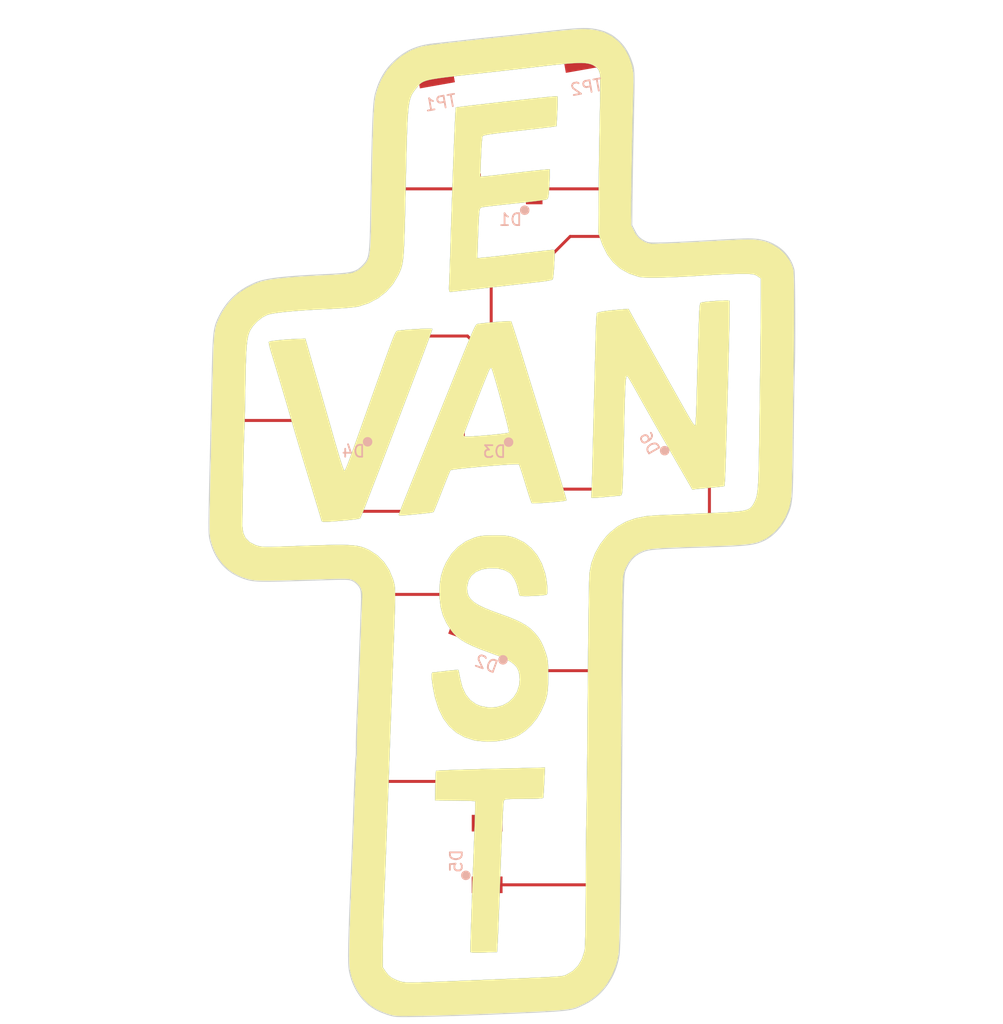
<source format=kicad_pcb>
(kicad_pcb (version 20171130) (host pcbnew 5.1.2)
  (layers (0 F.Cu signal) (31 B.Cu signal) (34 B.Paste user) (35 F.Paste user) (36 B.SilkS user) (37 F.SilkS user) (38 B.Mask user hide) (39 F.Mask user) (44 Edge.Cuts user))
  (net 0 "")
  (net 1 /A)
  (net 2 /C)
  (module east-van:east-van-silk (layer B.Cu) (at 110.1 84.47)
    (fp_text reference H2 hide)
    (fp_text value silk hide)
  )
  (module east-van:east-van-inv-mask (layer B.Cu) (at 110.1 84.47)
    (fp_text reference H1 hide)
    (fp_text value mask hide)
  )
  (module east-van:east-van-copper (layer B.Cu) (at 110.1 84.47)
    (fp_text reference H3 hide)
    (fp_text value copper hide)
    (fp_poly (pts (xy 7.827364 -41.507221) (xy 8.615475 -41.299483) (xy 9.31234 -40.952477) (xy 9.923299 -40.46418) (xy 9.949104 -40.438606) (xy 10.391453 -39.888278) (xy 10.746394 -39.228012) (xy 10.998518 -38.501135) (xy 11.13242 -37.750971) (xy 11.139152 -37.092148) (xy 11.129979 -36.911787) (xy 11.118393 -36.57791) (xy 11.104764 -36.106313) (xy 11.08946 -35.512791) (xy 11.072853 -34.81314) (xy 11.055311 -34.023154) (xy 11.037206 -33.15863) (xy 11.018907 -32.235361) (xy 11.000784 -31.269144) (xy 10.994187 -30.903333) (xy 10.974444 -29.785134) (xy 10.95812 -28.823262) (xy 10.945323 -28.004744) (xy 10.936158 -27.316606) (xy 10.930732 -26.745875) (xy 10.929153 -26.279577) (xy 10.931526 -25.904739) (xy 10.93796 -25.608386) (xy 10.94856 -25.377546) (xy 10.963434 -25.199245) (xy 10.982687 -25.06051) (xy 11.006428 -24.948366) (xy 11.034763 -24.849841) (xy 11.04425 -24.820774) (xy 11.290233 -24.308909) (xy 11.642137 -23.897585) (xy 12.075278 -23.607263) (xy 12.564978 -23.458405) (xy 12.703529 -23.44513) (xy 12.860304 -23.445855) (xy 13.162448 -23.455256) (xy 13.586276 -23.472295) (xy 14.108102 -23.495934) (xy 14.704242 -23.525134) (xy 15.35101 -23.558857) (xy 15.578667 -23.571192) (xy 16.750099 -23.635298) (xy 17.765613 -23.690228) (xy 18.638393 -23.735686) (xy 19.38162 -23.771375) (xy 20.008477 -23.796997) (xy 20.532148 -23.812255) (xy 20.965814 -23.816853) (xy 21.322659 -23.810493) (xy 21.615865 -23.792879) (xy 21.858615 -23.763712) (xy 22.064091 -23.722696) (xy 22.245476 -23.669535) (xy 22.415953 -23.60393) (xy 22.588705 -23.525586) (xy 22.776914 -23.434204) (xy 22.831048 -23.407766) (xy 23.431353 -23.034664) (xy 23.943835 -22.554794) (xy 24.336813 -22.000992) (xy 24.483073 -21.695551) (xy 24.5402 -21.547028) (xy 24.584989 -21.403875) (xy 24.618948 -21.24387) (xy 24.643582 -21.044791) (xy 24.660397 -20.784415) (xy 24.670899 -20.44052) (xy 24.676593 -19.990884) (xy 24.678985 -19.413284) (xy 24.679551 -18.796) (xy 24.678672 -17.909262) (xy 24.675608 -16.945421) (xy 24.670535 -15.918152) (xy 24.663633 -14.841132) (xy 24.655078 -13.728037) (xy 24.645049 -12.592543) (xy 24.633724 -11.448326) (xy 24.621281 -10.309063) (xy 24.607897 -9.18843) (xy 24.593751 -8.100103) (xy 24.579019 -7.057757) (xy 24.563882 -6.075071) (xy 24.548515 -5.165718) (xy 24.533097 -4.343377) (xy 24.517807 -3.621722) (xy 24.502821 -3.01443) (xy 24.488318 -2.535178) (xy 24.474476 -2.197642) (xy 24.461473 -2.015497) (xy 24.461233 -2.013612) (xy 24.276188 -1.159016) (xy 23.958564 -0.372997) (xy 23.521756 0.327571) (xy 22.979163 0.925812) (xy 22.34418 1.404851) (xy 21.630205 1.747813) (xy 21.420667 1.816362) (xy 21.295181 1.851536) (xy 21.165242 1.881878) (xy 21.015454 1.908347) (xy 20.830427 1.931904) (xy 20.594765 1.953507) (xy 20.293077 1.974115) (xy 19.90997 1.99469) (xy 19.43005 2.016189) (xy 18.837925 2.039573) (xy 18.118201 2.065801) (xy 17.255486 2.095833) (xy 16.552333 2.119834) (xy 15.564667 2.155053) (xy 14.730553 2.188999) (xy 14.034231 2.223175) (xy 13.459941 2.259082) (xy 12.991925 2.298223) (xy 12.614423 2.3421) (xy 12.311676 2.392213) (xy 12.067925 2.450066) (xy 11.86741 2.517161) (xy 11.72459 2.579935) (xy 11.164271 2.941425) (xy 10.728716 3.416901) (xy 10.419673 4.003984) (xy 10.260937 4.572) (xy 10.245418 4.738502) (xy 10.230231 5.06919) (xy 10.215452 5.55892) (xy 10.201155 6.202545) (xy 10.187416 6.994918) (xy 10.174308 7.930893) (xy 10.161907 9.005326) (xy 10.150288 10.213068) (xy 10.139524 11.548975) (xy 10.129691 13.0079) (xy 10.123875 14.012333) (xy 10.10956 16.596552) (xy 10.095674 19.012441) (xy 10.082208 21.261005) (xy 10.069154 23.343247) (xy 10.056504 25.260172) (xy 10.04425 27.012782) (xy 10.032383 28.602081) (xy 10.020896 30.029074) (xy 10.00978 31.294763) (xy 9.999026 32.400153) (xy 9.988627 33.346247) (xy 9.978575 34.134049) (xy 9.968861 34.764563) (xy 9.959478 35.238791) (xy 9.950416 35.557739) (xy 9.9474 35.631139) (xy 9.892177 36.330586) (xy 9.786535 36.936915) (xy 9.613264 37.517786) (xy 9.355155 38.140855) (xy 9.254817 38.354) (xy 8.800397 39.131051) (xy 8.242416 39.77864) (xy 7.566685 40.311137) (xy 7.011524 40.625315) (xy 6.805859 40.727983) (xy 6.624256 40.818186) (xy 6.454876 40.897155) (xy 6.285876 40.966121) (xy 6.105416 41.026313) (xy 5.901654 41.078963) (xy 5.662749 41.125299) (xy 5.376861 41.166554) (xy 5.032148 41.203956) (xy 4.616768 41.238737) (xy 4.118882 41.272126) (xy 3.526648 41.305354) (xy 2.828224 41.339652) (xy 2.01177 41.37625) (xy 1.065444 41.416378) (xy -0.022594 41.461266) (xy -1.264185 41.512144) (xy -1.693333 41.529788) (xy -2.694216 41.569254) (xy -3.674474 41.604574) (xy -4.618523 41.635406) (xy -5.510778 41.661411) (xy -6.335658 41.682248) (xy -7.077576 41.697577) (xy -7.720951 41.707059) (xy -8.250197 41.710352) (xy -8.649732 41.707117) (xy -8.90397 41.697014) (xy -8.974667 41.688721) (xy -9.164349 41.641495) (xy -9.449694 41.559767) (xy -9.736667 41.471364) (xy -10.547469 41.131053) (xy -11.246199 40.665229) (xy -11.82887 40.078729) (xy -12.291497 39.376388) (xy -12.630095 38.563044) (xy -12.828941 37.719) (xy -12.847675 37.579765) (xy -12.862883 37.409679) (xy -12.874329 37.200862) (xy -12.881779 36.945436) (xy -12.884999 36.635523) (xy -12.883752 36.263245) (xy -12.877804 35.820722) (xy -12.866922 35.300077) (xy -12.850869 34.693431) (xy -12.82941 33.992906) (xy -12.802312 33.190623) (xy -12.76934 32.278704) (xy -12.730257 31.24927) (xy -12.684831 30.094443) (xy -12.632825 28.806345) (xy -12.574006 27.377097) (xy -12.508137 25.79882) (xy -12.434985 24.063637) (xy -12.391128 23.029333) (xy -12.360675 22.306752) (xy -12.332732 21.632907) (xy -12.308086 21.027621) (xy -12.287526 20.510715) (xy -12.271839 20.10201) (xy -12.261812 19.82133) (xy -12.258232 19.688494) (xy -12.258246 19.685) (xy -12.255869 19.542691) (xy -12.247723 19.247767) (xy -12.234404 18.816826) (xy -12.216505 18.266468) (xy -12.194622 17.613289) (xy -12.169351 16.87389) (xy -12.141284 16.064869) (xy -12.111019 15.202824) (xy -12.079148 14.304353) (xy -12.046268 13.386056) (xy -12.012972 12.464531) (xy -11.979856 11.556376) (xy -11.947515 10.67819) (xy -11.916543 9.846572) (xy -11.887535 9.078119) (xy -11.861087 8.389432) (xy -11.837792 7.797108) (xy -11.818246 7.317745) (xy -11.803043 6.967943) (xy -11.800759 6.918861) (xy -11.781032 6.471576) (xy -11.774307 6.15755) (xy -11.78477 5.94094) (xy -11.816605 5.785901) (xy -11.873998 5.65659) (xy -11.961134 5.517163) (xy -11.965129 5.511122) (xy -12.176986 5.256519) (xy -12.432395 5.033085) (xy -12.492379 4.992833) (xy -12.60077 4.929049) (xy -12.707411 4.881986) (xy -12.83735 4.850001) (xy -13.015634 4.831453) (xy -13.267313 4.8247) (xy -13.617434 4.828099) (xy -14.091045 4.840011) (xy -14.593579 4.855114) (xy -15.774496 4.890967) (xy -16.798842 4.920927) (xy -17.67927 4.94504) (xy -18.428439 4.963349) (xy -19.059004 4.975898) (xy -19.583622 4.982731) (xy -20.014949 4.983892) (xy -20.365643 4.979424) (xy -20.648358 4.969371) (xy -20.875752 4.953777) (xy -21.060481 4.932686) (xy -21.215202 4.906142) (xy -21.336 4.878455) (xy -22.167529 4.589317) (xy -22.886801 4.173567) (xy -23.493372 3.631556) (xy -23.986797 2.963633) (xy -24.152274 2.661513) (xy -24.36897 2.193727) (xy -24.525642 1.757717) (xy -24.629147 1.313611) (xy -24.686342 0.82154) (xy -24.704083 0.241631) (xy -24.701959 0.139969) (xy -21.881055 0.139969) (xy -21.880979 0.381) (xy -21.811119 0.926454) (xy -21.610852 1.365586) (xy -21.275148 1.705105) (xy -20.798976 1.951719) (xy -20.670006 1.995706) (xy -20.531423 2.035916) (xy -20.387965 2.066907) (xy -20.219743 2.088948) (xy -20.006866 2.102305) (xy -19.729442 2.107245) (xy -19.367583 2.104036) (xy -18.901397 2.092946) (xy -18.310994 2.074241) (xy -17.576483 2.048189) (xy -17.358646 2.040215) (xy -16.283205 2.001766) (xy -15.361579 1.972063) (xy -14.578432 1.951997) (xy -13.918429 1.942458) (xy -13.366234 1.944337) (xy -12.90651 1.958524) (xy -12.523922 1.98591) (xy -12.203134 2.027384) (xy -11.928811 2.083837) (xy -11.685616 2.156159) (xy -11.458214 2.245241) (xy -11.231268 2.351974) (xy -11.133667 2.401624) (xy -10.475959 2.834824) (xy -9.920144 3.396547) (xy -9.477099 4.072523) (xy -9.157698 4.848482) (xy -9.092345 5.08) (xy -9.062697 5.202294) (xy -9.037653 5.328003) (xy -9.017365 5.469245) (xy -9.001987 5.638141) (xy -8.991672 5.846808) (xy -8.986572 6.107365) (xy -8.98684 6.431933) (xy -8.992631 6.832629) (xy -9.004096 7.321573) (xy -9.02139 7.910883) (xy -9.044664 8.612679) (xy -9.074072 9.43908) (xy -9.109767 10.402204) (xy -9.151902 11.514171) (xy -9.184304 12.361333) (xy -9.208403 12.995259) (xy -9.23778 13.776583) (xy -9.27163 14.68348) (xy -9.309147 15.694122) (xy -9.349527 16.786685) (xy -9.391965 17.939343) (xy -9.435655 19.130269) (xy -9.479792 20.337637) (xy -9.523572 21.539622) (xy -9.565329 22.690667) (xy -9.60679 23.830906) (xy -9.648624 24.971784) (xy -9.690131 26.094769) (xy -9.730611 27.181327) (xy -9.769365 28.212926) (xy -9.805692 29.171033) (xy -9.838894 30.037115) (xy -9.868269 30.79264) (xy -9.893117 31.419076) (xy -9.91274 31.897888) (xy -9.915438 31.961667) (xy -9.94371 32.685762) (xy -9.969641 33.462208) (xy -9.991899 34.242151) (xy -10.009153 34.976741) (xy -10.020072 35.617125) (xy -10.022846 35.903405) (xy -10.033 37.559143) (xy -9.800326 37.912182) (xy -9.565955 38.213335) (xy -9.293427 38.435753) (xy -8.930963 38.61645) (xy -8.689165 38.706412) (xy -8.571396 38.746265) (xy -8.458188 38.779523) (xy -8.33524 38.806151) (xy -8.188251 38.826114) (xy -8.00292 38.839379) (xy -7.764944 38.845911) (xy -7.460022 38.845677) (xy -7.073854 38.838642) (xy -6.592136 38.824772) (xy -6.000569 38.804034) (xy -5.28485 38.776392) (xy -4.430678 38.741814) (xy -3.423751 38.700264) (xy -3.259667 38.69347) (xy -1.884612 38.636576) (xy -0.668559 38.586236) (xy 0.398674 38.541856) (xy 1.327269 38.502845) (xy 2.127407 38.468608) (xy 2.80927 38.438553) (xy 3.383037 38.412086) (xy 3.858892 38.388615) (xy 4.247015 38.367547) (xy 4.557588 38.348288) (xy 4.800791 38.330246) (xy 4.986807 38.312827) (xy 5.125816 38.295439) (xy 5.228001 38.277488) (xy 5.303541 38.258381) (xy 5.36262 38.237525) (xy 5.415417 38.214328) (xy 5.472114 38.188195) (xy 5.480756 38.184352) (xy 6.025289 37.863192) (xy 6.455819 37.427167) (xy 6.778605 36.867935) (xy 6.999907 36.177155) (xy 7.00541 36.152667) (xy 7.02339 35.986918) (xy 7.040172 35.665125) (xy 7.055504 35.200575) (xy 7.06913 34.606554) (xy 7.080797 33.896351) (xy 7.090251 33.08325) (xy 7.097237 32.18054) (xy 7.101502 31.201506) (xy 7.101731 31.115) (xy 7.104736 30.194011) (xy 7.108991 29.285283) (xy 7.11431 28.410183) (xy 7.120509 27.590075) (xy 7.127402 26.846325) (xy 7.134804 26.200299) (xy 7.142529 25.673362) (xy 7.150392 25.286879) (xy 7.153155 25.188333) (xy 7.160754 24.880691) (xy 7.169273 24.422016) (xy 7.178489 23.830604) (xy 7.188177 23.12475) (xy 7.198114 22.322753) (xy 7.208077 21.442907) (xy 7.21784 20.503509) (xy 7.227181 19.522856) (xy 7.235875 18.519243) (xy 7.23809 18.245667) (xy 7.254288 16.259346) (xy 7.269888 14.438811) (xy 7.284935 12.780516) (xy 7.299477 11.280913) (xy 7.313558 9.936457) (xy 7.327226 8.743601) (xy 7.340527 7.698798) (xy 7.353506 6.798503) (xy 7.366211 6.039169) (xy 7.378687 5.417249) (xy 7.39098 4.929197) (xy 7.403137 4.571467) (xy 7.415204 4.340512) (xy 7.420076 4.282242) (xy 7.58158 3.463689) (xy 7.890398 2.649049) (xy 8.327704 1.874974) (xy 8.874673 1.178118) (xy 9.16271 0.889148) (xy 9.811513 0.373081) (xy 10.521209 -0.022311) (xy 11.312537 -0.304521) (xy 12.206233 -0.481045) (xy 13.165667 -0.557566) (xy 13.516904 -0.570297) (xy 14.008202 -0.589279) (xy 14.61045 -0.613327) (xy 15.294539 -0.641258) (xy 16.03136 -0.671885) (xy 16.791801 -0.704024) (xy 17.314333 -0.726431) (xy 18.188813 -0.765128) (xy 18.91075 -0.800999) (xy 19.496814 -0.837516) (xy 19.963679 -0.87815) (xy 20.328016 -0.926372) (xy 20.606498 -0.985656) (xy 20.815797 -1.059471) (xy 20.972584 -1.151289) (xy 21.093534 -1.264583) (xy 21.195316 -1.402823) (xy 21.285377 -1.553299) (xy 21.38828 -1.75252) (xy 21.471718 -1.966932) (xy 21.538211 -2.217364) (xy 21.590278 -2.524645) (xy 21.630435 -2.909607) (xy 21.661204 -3.393077) (xy 21.685101 -3.995887) (xy 21.704645 -4.738866) (xy 21.711809 -5.08) (xy 21.722076 -5.633129) (xy 21.73349 -6.315799) (xy 21.74582 -7.109271) (xy 21.758838 -7.994807) (xy 21.772315 -8.953667) (xy 21.786021 -9.967112) (xy 21.799726 -11.016404) (xy 21.813203 -12.082803) (xy 21.82622 -13.14757) (xy 21.838549 -14.191966) (xy 21.849962 -15.197252) (xy 21.860227 -16.14469) (xy 21.869117 -17.015539) (xy 21.876401 -17.791061) (xy 21.881851 -18.452518) (xy 21.885237 -18.981169) (xy 21.886333 -19.342799) (xy 21.886333 -20.524597) (xy 21.598646 -20.718632) (xy 21.466852 -20.798638) (xy 21.32821 -20.853006) (xy 21.147857 -20.886521) (xy 20.890929 -20.903968) (xy 20.522562 -20.91013) (xy 20.201646 -20.910339) (xy 19.765085 -20.903532) (xy 19.207179 -20.885955) (xy 18.575434 -20.859607) (xy 17.917358 -20.826487) (xy 17.280456 -20.788594) (xy 17.229667 -20.785273) (xy 15.971607 -20.707357) (xy 14.860182 -20.648967) (xy 13.898902 -20.610183) (xy 13.091278 -20.591082) (xy 12.440824 -20.591743) (xy 11.951049 -20.612244) (xy 11.625466 -20.652666) (xy 11.596197 -20.659192) (xy 10.763337 -20.936448) (xy 10.039169 -21.34348) (xy 9.423542 -21.88043) (xy 8.916306 -22.54744) (xy 8.517309 -23.344651) (xy 8.404373 -23.651008) (xy 8.170333 -24.341667) (xy 8.19122 -27.643667) (xy 8.198805 -28.569507) (xy 8.210285 -29.610519) (xy 8.224888 -30.71406) (xy 8.241845 -31.827488) (xy 8.260385 -32.89816) (xy 8.279736 -33.873432) (xy 8.287618 -34.228798) (xy 8.302802 -34.97019) (xy 8.313537 -35.668345) (xy 8.319772 -36.302817) (xy 8.321458 -36.853159) (xy 8.318547 -37.298924) (xy 8.310987 -37.619664) (xy 8.298731 -37.794932) (xy 8.296273 -37.808365) (xy 8.192384 -38.112824) (xy 8.016162 -38.328588) (xy 7.72332 -38.50641) (xy 7.662333 -38.534892) (xy 7.485335 -38.602709) (xy 7.280087 -38.652977) (xy 7.031523 -38.685038) (xy 6.724577 -38.698238) (xy 6.344183 -38.691921) (xy 5.875274 -38.665431) (xy 5.302784 -38.618112) (xy 4.611647 -38.54931) (xy 3.786796 -38.458367) (xy 2.813165 -38.34463) (xy 2.54 -38.311988) (xy 2.230492 -38.275636) (xy 1.776005 -38.22332) (xy 1.199871 -38.157677) (xy 0.52542 -38.081342) (xy -0.224018 -37.996952) (xy -1.025112 -37.907143) (xy -1.854531 -37.81455) (xy -2.370667 -37.757134) (xy -3.327087 -37.650562) (xy -4.130572 -37.558991) (xy -4.796483 -37.478717) (xy -5.340184 -37.406035) (xy -5.777035 -37.337243) (xy -6.122398 -37.268637) (xy -6.391636 -37.196511) (xy -6.600111 -37.117164) (xy -6.763185 -37.02689) (xy -6.896218 -36.921987) (xy -7.014574 -36.798749) (xy -7.133615 -36.653474) (xy -7.177064 -36.598287) (xy -7.311098 -36.426657) (xy -7.428477 -36.267155) (xy -7.530566 -36.107687) (xy -7.618732 -35.936161) (xy -7.694339 -35.740484) (xy -7.758752 -35.508563) (xy -7.813338 -35.228306) (xy -7.859461 -34.887619) (xy -7.898486 -34.47441) (xy -7.931778 -33.976587) (xy -7.960704 -33.382055) (xy -7.986628 -32.678724) (xy -8.010916 -31.854499) (xy -8.034932 -30.897288) (xy -8.060043 -29.794999) (xy -8.087613 -28.535538) (xy -8.087675 -28.532667) (xy -8.114437 -27.310576) (xy -8.13854 -26.245104) (xy -8.161021 -25.323576) (xy -8.182922 -24.533317) (xy -8.20528 -23.861653) (xy -8.229136 -23.295908) (xy -8.255529 -22.82341) (xy -8.285498 -22.431482) (xy -8.320082 -22.107451) (xy -8.360321 -21.838641) (xy -8.407254 -21.612379) (xy -8.461921 -21.41599) (xy -8.52536 -21.236799) (xy -8.598611 -21.062131) (xy -8.682713 -20.879313) (xy -8.722104 -20.795819) (xy -9.166906 -20.048395) (xy -9.742509 -19.397446) (xy -10.432248 -18.856218) (xy -11.219456 -18.437957) (xy -12.025014 -18.170796) (xy -12.337297 -18.115372) (xy -12.802886 -18.062741) (xy -13.405762 -18.014283) (xy -14.129904 -17.971379) (xy -14.584209 -17.950218) (xy -15.638853 -17.899615) (xy -16.607623 -17.841604) (xy -17.477217 -17.777435) (xy -18.234331 -17.70836) (xy -18.865663 -17.635629) (xy -19.357909 -17.560493) (xy -19.697766 -17.484204) (xy -19.762471 -17.463285) (xy -20.195681 -17.240831) (xy -20.623995 -16.904795) (xy -20.993455 -16.503667) (xy -21.216371 -16.156788) (xy -21.296908 -15.979442) (xy -21.365086 -15.780787) (xy -21.422244 -15.54487) (xy -21.469721 -15.255738) (xy -21.508859 -14.897438) (xy -21.540996 -14.454017) (xy -21.567473 -13.909522) (xy -21.589628 -13.248) (xy -21.608803 -12.453498) (xy -21.626336 -11.510064) (xy -21.631113 -11.218333) (xy -21.643679 -10.479837) (xy -21.656988 -9.780793) (xy -21.670528 -9.142604) (xy -21.683784 -8.58667) (xy -21.696246 -8.134395) (xy -21.7074 -7.807179) (xy -21.716734 -7.626426) (xy -21.717289 -7.62) (xy -21.725773 -7.459848) (xy -21.73653 -7.15212) (xy -21.749116 -6.718551) (xy -21.763085 -6.180876) (xy -21.777994 -5.56083) (xy -21.793396 -4.880148) (xy -21.808849 -4.160566) (xy -21.823906 -3.423818) (xy -21.838124 -2.69164) (xy -21.851058 -1.985768) (xy -21.862262 -1.327935) (xy -21.871293 -0.739878) (xy -21.877706 -0.243332) (xy -21.881055 0.139969) (xy -24.701959 0.139969) (xy -24.689387 -0.461663) (xy -24.67727 -0.801926) (xy -24.665472 -1.15571) (xy -24.653674 -1.536118) (xy -24.641557 -1.956256) (xy -24.628803 -2.429229) (xy -24.615093 -2.96814) (xy -24.600109 -3.586095) (xy -24.583533 -4.296199) (xy -24.565045 -5.111556) (xy -24.544328 -6.04527) (xy -24.521062 -7.110447) (xy -24.49493 -8.320191) (xy -24.46909 -9.525) (xy -24.443066 -10.726337) (xy -24.419571 -11.770636) (xy -24.398064 -12.670169) (xy -24.378005 -13.437203) (xy -24.358852 -14.084008) (xy -24.340066 -14.622852) (xy -24.321106 -15.066005) (xy -24.301431 -15.425736) (xy -24.280501 -15.714314) (xy -24.257776 -15.944008) (xy -24.232715 -16.127086) (xy -24.204777 -16.275819) (xy -24.173422 -16.402474) (xy -24.164768 -16.432873) (xy -24.006144 -16.864643) (xy -23.772222 -17.364087) (xy -23.496149 -17.868827) (xy -23.211071 -18.316485) (xy -23.049442 -18.531792) (xy -22.647048 -18.940133) (xy -22.124252 -19.348211) (xy -21.527719 -19.728161) (xy -20.904115 -20.052115) (xy -20.300106 -20.292207) (xy -19.93597 -20.390964) (xy -19.623909 -20.442368) (xy -19.16814 -20.498644) (xy -18.594144 -20.557665) (xy -17.927402 -20.617309) (xy -17.193396 -20.675452) (xy -16.417605 -20.729969) (xy -15.625512 -20.778736) (xy -14.842597 -20.81963) (xy -14.732 -20.824751) (xy -14.173769 -20.853549) (xy -13.655268 -20.886641) (xy -13.206697 -20.921598) (xy -12.858259 -20.955996) (xy -12.640155 -20.987408) (xy -12.605817 -20.995548) (xy -12.161529 -21.197926) (xy -11.745181 -21.522101) (xy -11.412998 -21.922914) (xy -11.37594 -21.983373) (xy -11.294973 -22.127582) (xy -11.234029 -22.2637) (xy -11.18915 -22.419433) (xy -11.15638 -22.622492) (xy -11.131763 -22.900584) (xy -11.111343 -23.28142) (xy -11.091162 -23.792707) (xy -11.082265 -24.04011) (xy -11.067118 -24.513363) (xy -11.050208 -25.124222) (xy -11.032269 -25.840978) (xy -11.014034 -26.631922) (xy -10.996234 -27.465344) (xy -10.979603 -28.309535) (xy -10.965718 -29.083) (xy -10.940906 -30.416987) (xy -10.914391 -31.590199) (xy -10.885758 -32.611191) (xy -10.854591 -33.488515) (xy -10.820474 -34.230727) (xy -10.782991 -34.846379) (xy -10.741728 -35.344025) (xy -10.696267 -35.73222) (xy -10.646193 -36.019517) (xy -10.624178 -36.110333) (xy -10.52116 -36.428121) (xy -10.368387 -36.824093) (xy -10.194173 -37.226173) (xy -10.143453 -37.334106) (xy -9.709965 -38.052967) (xy -9.141635 -38.710209) (xy -8.469072 -39.280264) (xy -7.722886 -39.737561) (xy -6.933685 -40.056532) (xy -6.858 -40.078594) (xy -6.684198 -40.112948) (xy -6.359823 -40.162414) (xy -5.902746 -40.22478) (xy -5.330839 -40.297835) (xy -4.661973 -40.379368) (xy -3.91402 -40.467167) (xy -3.104851 -40.559021) (xy -2.252337 -40.652719) (xy -1.989667 -40.680979) (xy -1.138004 -40.772435) (xy -0.332583 -40.859487) (xy 0.409994 -40.940303) (xy 1.073123 -41.013049) (xy 1.640204 -41.075892) (xy 2.094635 -41.126999) (xy 2.419812 -41.164536) (xy 2.599134 -41.186671) (xy 2.624667 -41.190495) (xy 2.903795 -41.231888) (xy 3.314635 -41.281176) (xy 3.821277 -41.335137) (xy 4.387815 -41.390553) (xy 4.978341 -41.444202) (xy 5.556947 -41.492865) (xy 6.087727 -41.533322) (xy 6.534772 -41.562353) (xy 6.862176 -41.576737) (xy 6.942667 -41.577714) (xy 7.827364 -41.507221)) (layer B.Cu) (width 0.01))
    (fp_poly (pts (xy 3.600287 21.97933) (xy 3.57693 22.422298) (xy 3.554032 22.801021) (xy 3.533648 23.08532) (xy 3.517833 23.245018) (xy 3.512501 23.268519) (xy 3.451221 23.298792) (xy 3.31807 23.32181) (xy 3.09333 23.33859) (xy 2.757286 23.350151) (xy 2.290222 23.357513) (xy 1.712404 23.361522) (xy 1.183074 23.364581) (xy 0.798391 23.370468) (xy 0.533669 23.382354) (xy 0.364221 23.40341) (xy 0.265361 23.436806) (xy 0.212403 23.485712) (xy 0.18066 23.5533) (xy 0.178712 23.5585) (xy 0.163296 23.674839) (xy 0.143053 23.945464) (xy 0.118687 24.355418) (xy 0.0909 24.889744) (xy 0.060396 25.533485) (xy 0.027879 26.271684) (xy -0.005949 27.089384) (xy -0.040382 27.971628) (xy -0.074719 28.90346) (xy -0.081108 29.083) (xy -0.115648 30.04896) (xy -0.149944 30.988751) (xy -0.183304 31.884589) (xy -0.215034 32.718689) (xy -0.244441 33.473265) (xy -0.27083 34.130535) (xy -0.293509 34.672712) (xy -0.311784 35.082012) (xy -0.324961 35.34065) (xy -0.325416 35.348333) (xy -0.381 36.279667) (xy -1.503008 36.322) (xy -2.005034 36.334663) (xy -2.366606 36.329977) (xy -2.577637 36.308319) (xy -2.631265 36.279667) (xy -2.633466 36.11829) (xy -2.628721 35.792081) (xy -2.617176 35.305389) (xy -2.598973 34.662568) (xy -2.574258 33.867967) (xy -2.543175 32.925939) (xy -2.505868 31.840835) (xy -2.462481 30.617007) (xy -2.413158 29.258806) (xy -2.358044 27.770584) (xy -2.297282 26.156692) (xy -2.284918 25.831111) (xy -2.263577 25.233609) (xy -2.246934 24.69357) (xy -2.235467 24.233509) (xy -2.229657 23.875937) (xy -2.229982 23.643367) (xy -2.236537 23.558574) (xy -2.32857 23.546686) (xy -2.563664 23.535028) (xy -2.915548 23.52437) (xy -3.357951 23.515483) (xy -3.8646 23.50914) (xy -3.943586 23.508463) (xy -5.613986 23.495) (xy -5.595009 22.268404) (xy -5.585564 21.830313) (xy -5.572431 21.455512) (xy -5.557092 21.175134) (xy -5.54103 21.020313) (xy -5.534643 21.000421) (xy -5.43547 20.983971) (xy -5.171298 20.965191) (xy -4.746444 20.944227) (xy -4.165225 20.921224) (xy -3.431957 20.896329) (xy -2.550958 20.869689) (xy -1.526542 20.841449) (xy -0.363028 20.811757) (xy 0.935269 20.780759) (xy 0.963377 20.780108) (xy 3.662421 20.71766) (xy 3.600287 21.97933)) (layer B.Cu) (width 0.01))
    (fp_poly (pts (xy -0.113129 1.145892) (xy 0.242417 1.158579) (xy 0.519272 1.187236) (xy 0.762739 1.237997) (xy 1.018117 1.316999) (xy 1.216473 1.38806) (xy 1.899112 1.727459) (xy 2.498175 2.206187) (xy 3.001947 2.810249) (xy 3.398716 3.525647) (xy 3.673048 4.323632) (xy 3.75351 4.696987) (xy 3.815419 5.092471) (xy 3.855695 5.472017) (xy 3.871256 5.797556) (xy 3.859023 6.03102) (xy 3.819421 6.13251) (xy 3.686303 6.167969) (xy 3.431573 6.200109) (xy 3.094522 6.227365) (xy 2.714443 6.248171) (xy 2.330629 6.260962) (xy 1.982372 6.264173) (xy 1.708964 6.25624) (xy 1.549698 6.235595) (xy 1.527061 6.223828) (xy 1.473064 6.092931) (xy 1.41771 5.863812) (xy 1.399017 5.757333) (xy 1.282949 5.294565) (xy 1.094893 4.854621) (xy 0.861306 4.490341) (xy 0.666395 4.294144) (xy 0.216038 4.053838) (xy -0.351586 3.925343) (xy -1.024214 3.911399) (xy -1.040595 3.912433) (xy -1.668316 4.013202) (xy -2.173512 4.223513) (xy -2.551488 4.539144) (xy -2.797549 4.955873) (xy -2.907002 5.469479) (xy -2.912292 5.5957) (xy -2.885924 5.943835) (xy -2.786869 6.250654) (xy -2.601015 6.527314) (xy -2.314252 6.784976) (xy -1.91247 7.0348) (xy -1.38156 7.287945) (xy -0.70741 7.555572) (xy -0.207359 7.735047) (xy 0.550255 8.009918) (xy 1.167552 8.26074) (xy 1.66934 8.500996) (xy 2.080424 8.744167) (xy 2.425611 9.003736) (xy 2.729706 9.293183) (xy 2.8003 9.369669) (xy 3.096393 9.729848) (xy 3.33059 10.099718) (xy 3.534579 10.535742) (xy 3.695291 10.964333) (xy 3.785524 11.233812) (xy 3.849519 11.467761) (xy 3.891823 11.704788) (xy 3.916977 11.983499) (xy 3.929529 12.342501) (xy 3.934021 12.820403) (xy 3.934483 12.996333) (xy 3.929394 13.617065) (xy 3.905509 14.112928) (xy 3.853798 14.528102) (xy 3.765226 14.906771) (xy 3.630762 15.293115) (xy 3.441372 15.731317) (xy 3.324091 15.981916) (xy 2.978279 16.573283) (xy 2.53277 17.127984) (xy 2.023586 17.610045) (xy 1.486747 17.983492) (xy 1.160328 18.142895) (xy 0.436449 18.365319) (xy -0.374169 18.49771) (xy -1.212041 18.535422) (xy -2.017681 18.473813) (xy -2.337753 18.415983) (xy -3.128668 18.163584) (xy -3.823706 17.772398) (xy -4.421142 17.24438) (xy -4.91925 16.581489) (xy -5.316307 15.785682) (xy -5.610588 14.858914) (xy -5.659276 14.647333) (xy -5.783392 14.026212) (xy -5.866122 13.507748) (xy -5.906246 13.10589) (xy -5.902548 12.834587) (xy -5.85381 12.707786) (xy -5.829308 12.7) (xy -5.701455 12.689995) (xy -5.443481 12.662776) (xy -5.093237 12.622536) (xy -4.700846 12.574991) (xy -4.30742 12.529545) (xy -3.979293 12.497989) (xy -3.750541 12.483156) (xy -3.655239 12.48788) (xy -3.655086 12.488025) (xy -3.623715 12.583805) (xy -3.574598 12.803741) (xy -3.517117 13.104845) (xy -3.503097 13.184534) (xy -3.313088 13.937449) (xy -3.026933 14.551844) (xy -2.64331 15.029493) (xy -2.160896 15.372168) (xy -1.748778 15.537168) (xy -1.09407 15.657665) (xy -0.472627 15.632493) (xy 0.096973 15.474242) (xy 0.596155 15.195501) (xy 1.00634 14.808859) (xy 1.308951 14.326906) (xy 1.485412 13.762229) (xy 1.523933 13.319345) (xy 1.502707 12.91197) (xy 1.42813 12.568405) (xy 1.284023 12.273906) (xy 1.054208 12.013727) (xy 0.722504 11.77312) (xy 0.272733 11.537341) (xy -0.311285 11.291643) (xy -0.966807 11.049223) (xy -1.784415 10.746339) (xy -2.456581 10.467483) (xy -3.003437 10.201193) (xy -3.445113 9.936005) (xy -3.801741 9.660458) (xy -4.093451 9.363088) (xy -4.229652 9.191317) (xy -4.655814 8.537867) (xy -4.956678 7.884554) (xy -5.14555 7.188888) (xy -5.235735 6.408376) (xy -5.248082 5.938888) (xy -5.217321 5.202304) (xy -5.113264 4.560939) (xy -4.921699 3.951321) (xy -4.684041 3.419915) (xy -4.239407 2.70521) (xy -3.680143 2.110773) (xy -3.016493 1.645629) (xy -2.321378 1.33925) (xy -2.044507 1.255092) (xy -1.778914 1.198496) (xy -1.479627 1.164359) (xy -1.101673 1.147575) (xy -0.60008 1.143041) (xy -0.592667 1.14304) (xy -0.113129 1.145892)) (layer B.Cu) (width 0.01))
    (fp_poly (pts (xy -5.937625 -16.290782) (xy -5.843857 -16.27392) (xy -5.843041 -16.271444) (xy -5.874265 -16.160499) (xy -5.965795 -15.895767) (xy -6.116193 -15.481136) (xy -6.32402 -14.920492) (xy -6.587839 -14.217724) (xy -6.906209 -13.37672) (xy -7.196037 -12.615333) (xy -7.404715 -12.067662) (xy -7.658924 -11.399551) (xy -7.944255 -10.64893) (xy -8.246295 -9.853727) (xy -8.550636 -9.051873) (xy -8.842867 -8.281295) (xy -8.933053 -8.043333) (xy -9.205614 -7.324878) (xy -9.483954 -6.592726) (xy -9.756082 -5.878305) (xy -10.010011 -5.213046) (xy -10.233749 -4.628376) (xy -10.415307 -4.155724) (xy -10.483386 -3.979333) (xy -10.700293 -3.417994) (xy -10.94001 -2.796611) (xy -11.176724 -2.182155) (xy -11.38462 -1.641597) (xy -11.429777 -1.524) (xy -11.591893 -1.110037) (xy -11.738627 -0.750803) (xy -11.856953 -0.47707) (xy -11.93384 -0.319613) (xy -11.949332 -0.296823) (xy -12.055931 -0.263492) (xy -12.303316 -0.221812) (xy -12.663367 -0.175418) (xy -13.10796 -0.127946) (xy -13.593484 -0.084299) (xy -14.147417 -0.040107) (xy -14.555376 -0.011705) (xy -14.83998 0.000915) (xy -15.02385 -0.00224) (xy -15.129607 -0.021163) (xy -15.17987 -0.055848) (xy -15.192686 -0.083809) (xy -15.230214 -0.211025) (xy -15.31024 -0.477824) (xy -15.425972 -0.861792) (xy -15.570617 -1.34051) (xy -15.737385 -1.891562) (xy -15.919483 -2.492533) (xy -16.110119 -3.121004) (xy -16.302501 -3.75456) (xy -16.489837 -4.370783) (xy -16.665334 -4.947258) (xy -16.809102 -5.418667) (xy -16.993764 -6.028285) (xy -17.197975 -6.710309) (xy -17.401489 -7.39665) (xy -17.584064 -8.019223) (xy -17.652429 -8.255) (xy -17.857495 -8.961719) (xy -18.083133 -9.732697) (xy -18.320339 -10.537697) (xy -18.560107 -11.346482) (xy -18.793433 -12.128813) (xy -19.011313 -12.854453) (xy -19.204742 -13.493163) (xy -19.364716 -14.014707) (xy -19.429943 -14.224) (xy -19.537306 -14.588728) (xy -19.613675 -14.893938) (xy -19.650982 -15.103983) (xy -19.646398 -15.18062) (xy -19.533337 -15.220102) (xy -19.282255 -15.263848) (xy -18.9243 -15.308623) (xy -18.490617 -15.351189) (xy -18.012353 -15.388308) (xy -17.520655 -15.416743) (xy -17.27862 -15.426723) (xy -16.565573 -15.451667) (xy -15.564135 -11.980333) (xy -15.34216 -11.210499) (xy -15.12685 -10.463042) (xy -14.924503 -9.759875) (xy -14.741415 -9.122911) (xy -14.583884 -8.574065) (xy -14.458207 -8.135249) (xy -14.37068 -7.828377) (xy -14.347627 -7.747) (xy -14.102544 -6.887007) (xy -13.883332 -6.134723) (xy -13.692924 -5.499555) (xy -13.534249 -4.990912) (xy -13.410239 -4.618198) (xy -13.323825 -4.390822) (xy -13.279173 -4.318) (xy -13.254862 -4.324584) (xy -13.226303 -4.351934) (xy -13.189198 -4.411446) (xy -13.139249 -4.514515) (xy -13.072159 -4.672538) (xy -12.983629 -4.89691) (xy -12.869362 -5.199028) (xy -12.725059 -5.590288) (xy -12.546423 -6.082086) (xy -12.329156 -6.685816) (xy -12.06896 -7.412877) (xy -11.761536 -8.274663) (xy -11.402589 -9.282571) (xy -11.331364 -9.482667) (xy -10.912099 -10.660716) (xy -10.545808 -11.689477) (xy -10.228504 -12.579129) (xy -9.956203 -13.339848) (xy -9.724919 -13.981814) (xy -9.530666 -14.515205) (xy -9.369458 -14.950198) (xy -9.23731 -15.296972) (xy -9.130236 -15.565705) (xy -9.044251 -15.766575) (xy -8.975368 -15.90976) (xy -8.919603 -16.005438) (xy -8.87297 -16.063787) (xy -8.831483 -16.094986) (xy -8.791156 -16.109212) (xy -8.748003 -16.116644) (xy -8.73252 -16.11933) (xy -8.488488 -16.154534) (xy -8.149193 -16.189234) (xy -7.747218 -16.221715) (xy -7.315149 -16.25026) (xy -6.88557 -16.273155) (xy -6.491066 -16.288684) (xy -6.164223 -16.295131) (xy -5.937625 -16.290782)) (layer B.Cu) (width 0.01))
    (fp_poly (pts (xy 0.802892 -16.920664) (xy 0.840008 -16.828402) (xy 0.923001 -16.584878) (xy 1.04848 -16.200834) (xy 1.213052 -15.687017) (xy 1.413328 -15.054171) (xy 1.645916 -14.31304) (xy 1.907425 -13.474369) (xy 2.194465 -12.548902) (xy 2.503644 -11.547385) (xy 2.696045 -10.922) (xy 2.932889 -10.152995) (xy 3.206658 -9.26711) (xy 3.503494 -8.309002) (xy 3.809536 -7.323331) (xy 4.110926 -6.354753) (xy 4.393805 -5.447928) (xy 4.530578 -5.010524) (xy 4.747767 -4.312067) (xy 4.946249 -3.664925) (xy 5.120834 -3.08669) (xy 5.266336 -2.59495) (xy 5.377565 -2.207299) (xy 5.449333 -1.941325) (xy 5.476451 -1.81462) (xy 5.475559 -1.806671) (xy 5.371117 -1.776609) (xy 5.133436 -1.741058) (xy 4.796717 -1.702699) (xy 4.395161 -1.664214) (xy 3.962968 -1.628288) (xy 3.534339 -1.597601) (xy 3.143475 -1.574835) (xy 2.824577 -1.562675) (xy 2.611845 -1.563801) (xy 2.540651 -1.576484) (xy 2.49474 -1.677609) (xy 2.409903 -1.914773) (xy 2.294896 -2.261535) (xy 2.158473 -2.691454) (xy 2.009391 -3.178087) (xy 1.999981 -3.209354) (xy 1.850146 -3.698834) (xy 1.712038 -4.133392) (xy 1.59449 -4.486532) (xy 1.506336 -4.731759) (xy 1.456412 -4.842578) (xy 1.454813 -4.844387) (xy 1.35445 -4.856143) (xy 1.10976 -4.852449) (xy 0.744842 -4.835361) (xy 0.283794 -4.806936) (xy -0.249283 -4.76923) (xy -0.830291 -4.7243) (xy -1.435132 -4.674202) (xy -2.039705 -4.620993) (xy -2.619913 -4.566729) (xy -3.151655 -4.513467) (xy -3.610834 -4.463263) (xy -3.97335 -4.418174) (xy -4.215105 -4.380257) (xy -4.311384 -4.352324) (xy -4.361597 -4.253595) (xy -4.462107 -4.020913) (xy -4.602968 -3.678581) (xy -4.774236 -3.250902) (xy -4.965968 -2.762178) (xy -5.035631 -2.582333) (xy -5.231195 -2.079578) (xy -5.408581 -1.630717) (xy -5.558097 -1.259699) (xy -5.670049 -0.990474) (xy -5.734746 -0.846987) (xy -5.744524 -0.830807) (xy -5.857913 -0.795764) (xy -6.139892 -0.751728) (xy -6.589963 -0.698756) (xy -7.207624 -0.636907) (xy -7.992376 -0.566239) (xy -8.095233 -0.557385) (xy -8.374305 -0.54069) (xy -8.579105 -0.541925) (xy -8.656952 -0.557174) (xy -8.665946 -0.572169) (xy -8.666654 -0.602009) (xy -8.654402 -0.658708) (xy -8.624513 -0.754281) (xy -8.57231 -0.900741) (xy -8.49312 -1.110103) (xy -8.382264 -1.394382) (xy -8.235069 -1.765591) (xy -8.046857 -2.235746) (xy -7.812953 -2.81686) (xy -7.52868 -3.520948) (xy -7.189364 -4.360025) (xy -6.863759 -5.164667) (xy -6.516288 -6.023702) (xy -6.130495 -6.978289) (xy -6.017706 -7.257558) (xy -3.197346 -7.257558) (xy -3.115167 -7.212916) (xy -2.91344 -7.197581) (xy -2.797689 -7.196667) (xy -2.564482 -7.204584) (xy -2.202008 -7.22647) (xy -1.749505 -7.259529) (xy -1.246207 -7.300964) (xy -0.903981 -7.331659) (xy -0.423405 -7.379649) (xy -0.001389 -7.428195) (xy 0.333051 -7.473445) (xy 0.550899 -7.511545) (xy 0.621671 -7.53423) (xy 0.613243 -7.62487) (xy 0.564394 -7.854846) (xy 0.481482 -8.200749) (xy 0.370863 -8.639171) (xy 0.238895 -9.146703) (xy 0.091937 -9.699938) (xy -0.063656 -10.275467) (xy -0.221524 -10.849881) (xy -0.375311 -11.399773) (xy -0.518658 -11.901735) (xy -0.645209 -12.332357) (xy -0.748606 -12.668232) (xy -0.82249 -12.885951) (xy -0.848504 -12.947346) (xy -0.911325 -12.993266) (xy -0.996162 -12.898726) (xy -1.045309 -12.809854) (xy -1.104377 -12.676656) (xy -1.215183 -12.409228) (xy -1.368421 -12.031224) (xy -1.554783 -11.566296) (xy -1.764962 -11.038096) (xy -1.989651 -10.470276) (xy -2.219542 -9.886489) (xy -2.44533 -9.310387) (xy -2.657706 -8.765623) (xy -2.847364 -8.275849) (xy -3.004996 -7.864716) (xy -3.121295 -7.555878) (xy -3.186955 -7.372987) (xy -3.195776 -7.344833) (xy -3.197346 -7.257558) (xy -6.017706 -7.257558) (xy -5.724647 -7.983179) (xy -5.317009 -8.993122) (xy -4.925847 -9.962869) (xy -4.569429 -10.847169) (xy -4.385856 -11.303) (xy -3.963536 -12.351331) (xy -3.599269 -13.253452) (xy -3.288285 -14.020402) (xy -3.025814 -14.663219) (xy -2.807088 -15.192943) (xy -2.627336 -15.620611) (xy -2.48179 -15.957264) (xy -2.365678 -16.213939) (xy -2.274232 -16.401675) (xy -2.202683 -16.531512) (xy -2.14626 -16.614487) (xy -2.100194 -16.661639) (xy -2.061056 -16.683534) (xy -1.929738 -16.708593) (xy -1.673014 -16.740737) (xy -1.325054 -16.777135) (xy -0.92003 -16.814959) (xy -0.492113 -16.851379) (xy -0.075474 -16.883566) (xy 0.295716 -16.90869) (xy 0.587286 -16.923923) (xy 0.765065 -16.926435) (xy 0.802892 -16.920664)) (layer B.Cu) (width 0.01))
    (fp_poly (pts (xy 19.210475 -18.660657) (xy 19.226031 -18.653836) (xy 19.236798 -18.589062) (xy 19.243329 -18.417404) (xy 19.24552 -18.134308) (xy 19.243265 -17.735221) (xy 19.236463 -17.215588) (xy 19.225006 -16.570854) (xy 19.208793 -15.796466) (xy 19.187718 -14.88787) (xy 19.161676 -13.840512) (xy 19.130565 -12.649837) (xy 19.094279 -11.311291) (xy 19.052714 -9.820321) (xy 19.005767 -8.172371) (xy 18.953332 -6.362889) (xy 18.913781 -5.013798) (xy 18.89516 -4.454117) (xy 18.8744 -3.953372) (xy 18.852834 -3.535567) (xy 18.831794 -3.224711) (xy 18.812611 -3.044809) (xy 18.802598 -3.009745) (xy 18.702444 -2.990212) (xy 18.467633 -2.960712) (xy 18.132273 -2.925111) (xy 17.730475 -2.887277) (xy 17.693223 -2.883982) (xy 17.261 -2.845091) (xy 16.866502 -2.80802) (xy 16.553501 -2.776982) (xy 16.366586 -2.756296) (xy 16.096172 -2.721522) (xy 14.72514 -5.107261) (xy 14.149676 -6.108989) (xy 13.65111 -6.977699) (xy 13.221673 -7.727023) (xy 12.853597 -8.370589) (xy 12.539113 -8.922027) (xy 12.270454 -9.394969) (xy 12.03985 -9.803043) (xy 11.839533 -10.159879) (xy 11.661735 -10.479108) (xy 11.60402 -10.583333) (xy 11.297406 -11.13599) (xy 11.06091 -11.557404) (xy 10.884153 -11.86531) (xy 10.756758 -12.077441) (xy 10.668347 -12.211532) (xy 10.608542 -12.285318) (xy 10.607369 -12.286498) (xy 10.572063 -12.302855) (xy 10.540864 -12.269249) (xy 10.513146 -12.174365) (xy 10.488285 -12.006888) (xy 10.465656 -11.755503) (xy 10.444635 -11.408894) (xy 10.424595 -10.955748) (xy 10.404913 -10.384749) (xy 10.384963 -9.684582) (xy 10.364121 -8.843931) (xy 10.341762 -7.851483) (xy 10.328637 -7.239) (xy 10.310153 -6.40031) (xy 10.291081 -5.600161) (xy 10.271965 -4.857136) (xy 10.253346 -4.189819) (xy 10.235769 -3.616793) (xy 10.219777 -3.15664) (xy 10.205914 -2.827943) (xy 10.194721 -2.649286) (xy 10.194369 -2.645833) (xy 10.159936 -2.386298) (xy 10.109924 -2.253062) (xy 10.018401 -2.203408) (xy 9.921074 -2.195633) (xy 9.750051 -2.185079) (xy 9.452639 -2.160576) (xy 9.070867 -2.125792) (xy 8.652092 -2.084929) (xy 8.250792 -2.050036) (xy 7.914063 -2.031217) (xy 7.67564 -2.02961) (xy 7.569257 -2.046356) (xy 7.567595 -2.048296) (xy 7.558161 -2.171296) (xy 7.562672 -2.180167) (xy 7.574474 -2.278452) (xy 7.588822 -2.523413) (xy 7.604835 -2.892427) (xy 7.62163 -3.36287) (xy 7.638325 -3.912121) (xy 7.654037 -4.517555) (xy 7.654325 -4.529667) (xy 7.670664 -5.204522) (xy 7.690528 -6.004456) (xy 7.71279 -6.885278) (xy 7.736322 -7.802796) (xy 7.759996 -8.712821) (xy 7.782684 -9.571161) (xy 7.789381 -9.821333) (xy 7.811561 -10.658267) (xy 7.835041 -11.564) (xy 7.85869 -12.493591) (xy 7.881378 -13.402096) (xy 7.901975 -14.244575) (xy 7.919352 -14.976083) (xy 7.923728 -15.165444) (xy 7.939796 -15.780795) (xy 7.958202 -16.342327) (xy 7.977899 -16.827302) (xy 7.997844 -17.212985) (xy 8.01699 -17.476638) (xy 8.034293 -17.595524) (xy 8.035556 -17.598082) (xy 8.153509 -17.658707) (xy 8.424478 -17.722281) (xy 8.832234 -17.786284) (xy 9.360545 -17.84819) (xy 9.993183 -17.905477) (xy 10.033 -17.908625) (xy 10.710333 -17.961778) (xy 11.095817 -17.257056) (xy 11.252373 -16.973025) (xy 11.481143 -16.561001) (xy 11.771184 -16.0405) (xy 12.111555 -15.431035) (xy 12.491311 -14.752124) (xy 12.89951 -14.02328) (xy 13.325209 -13.264019) (xy 13.757466 -12.493857) (xy 14.185338 -11.732308) (xy 14.597881 -10.998887) (xy 14.984153 -10.31311) (xy 15.333212 -9.694492) (xy 15.634113 -9.162549) (xy 15.686361 -9.070378) (xy 15.955472 -8.610498) (xy 16.154623 -8.303478) (xy 16.284531 -8.148303) (xy 16.343655 -8.139045) (xy 16.362545 -8.251942) (xy 16.383267 -8.510591) (xy 16.404655 -8.891432) (xy 16.425545 -9.37091) (xy 16.444772 -9.925468) (xy 16.460393 -10.498667) (xy 16.47694 -11.173294) (xy 16.494682 -11.859897) (xy 16.512546 -12.519463) (xy 16.52946 -13.112982) (xy 16.54435 -13.601442) (xy 16.552395 -13.843) (xy 16.567628 -14.289277) (xy 16.586246 -14.854074) (xy 16.606614 -15.486655) (xy 16.627096 -16.136281) (xy 16.644402 -16.697719) (xy 16.663977 -17.293215) (xy 16.683045 -17.740577) (xy 16.703875 -18.060983) (xy 16.728734 -18.275609) (xy 16.759891 -18.405632) (xy 16.799614 -18.47223) (xy 16.836715 -18.493392) (xy 17.017348 -18.528709) (xy 17.307075 -18.565008) (xy 17.667931 -18.599739) (xy 18.061954 -18.630353) (xy 18.451183 -18.654301) (xy 18.797654 -18.669034) (xy 19.063406 -18.672002) (xy 19.210475 -18.660657)) (layer B.Cu) (width 0.01))
    (fp_poly (pts (xy 4.67524 -35.884513) (xy 4.706729 -35.876826) (xy 4.722427 -35.776774) (xy 4.72801 -35.539265) (xy 4.723618 -35.195864) (xy 4.709394 -34.778136) (xy 4.701031 -34.598291) (xy 4.639889 -33.3752) (xy 4.415444 -33.329606) (xy 4.279728 -33.309588) (xy 3.997075 -33.273613) (xy 3.58887 -33.224205) (xy 3.076498 -33.163891) (xy 2.481342 -33.095195) (xy 1.824789 -33.020643) (xy 1.326944 -32.964857) (xy 0.523614 -32.873945) (xy -0.125818 -32.796984) (xy -0.636014 -32.731723) (xy -1.021631 -32.675911) (xy -1.29733 -32.627298) (xy -1.477769 -32.583632) (xy -1.577609 -32.542663) (xy -1.60744 -32.514293) (xy -1.632488 -32.391517) (xy -1.660253 -32.128156) (xy -1.688586 -31.752891) (xy -1.715337 -31.294401) (xy -1.738355 -30.781365) (xy -1.739395 -30.754109) (xy -1.801023 -29.125333) (xy -1.599012 -29.126321) (xy -1.460868 -29.136385) (xy -1.18032 -29.164134) (xy -0.783049 -29.206765) (xy -0.294741 -29.261472) (xy 0.258922 -29.32545) (xy 0.677333 -29.374931) (xy 1.295258 -29.447908) (xy 1.896938 -29.517528) (xy 2.449113 -29.580049) (xy 2.918525 -29.631732) (xy 3.271912 -29.668837) (xy 3.407833 -29.681955) (xy 4.064 -29.741357) (xy 4.063562 -29.327512) (xy 4.057555 -29.055355) (xy 4.041864 -28.678562) (xy 4.019352 -28.261363) (xy 4.007991 -28.081038) (xy 3.979007 -27.69494) (xy 3.94777 -27.444541) (xy 3.90546 -27.296333) (xy 3.843254 -27.216809) (xy 3.77054 -27.179093) (xy 3.642119 -27.152776) (xy 3.368031 -27.112209) (xy 2.971077 -27.060235) (xy 2.474058 -26.999696) (xy 1.899775 -26.933437) (xy 1.27103 -26.864299) (xy 1.095611 -26.845583) (xy 0.453478 -26.776806) (xy -0.142778 -26.71158) (xy -0.669844 -26.652562) (xy -1.10441 -26.60241) (xy -1.423166 -26.563779) (xy -1.602802 -26.539327) (xy -1.62367 -26.535655) (xy -1.749725 -26.496479) (xy -1.823795 -26.414606) (xy -1.86633 -26.247354) (xy -1.896541 -25.966127) (xy -1.914345 -25.710321) (xy -1.935216 -25.323982) (xy -1.957344 -24.845838) (xy -1.978921 -24.314619) (xy -1.995757 -23.841851) (xy -2.048771 -22.241368) (xy -1.468886 -22.292561) (xy -1.156948 -22.322743) (xy -0.731951 -22.367466) (xy -0.248924 -22.420783) (xy 0.237105 -22.476749) (xy 0.254 -22.478743) (xy 1.296165 -22.601469) (xy 2.176153 -22.704316) (xy 2.899871 -22.787952) (xy 3.473224 -22.853044) (xy 3.902117 -22.900261) (xy 4.192457 -22.930269) (xy 4.35015 -22.943737) (xy 4.374798 -22.944667) (xy 4.426023 -22.927076) (xy 4.458915 -22.857693) (xy 4.474927 -22.7116) (xy 4.475513 -22.463879) (xy 4.462125 -22.089612) (xy 4.445176 -21.738167) (xy 4.418298 -21.298789) (xy 4.386361 -20.917799) (xy 4.352788 -20.62827) (xy 4.321003 -20.463276) (xy 4.310911 -20.441041) (xy 4.201126 -20.394978) (xy 3.960803 -20.340733) (xy 3.628006 -20.285803) (xy 3.32542 -20.246931) (xy 2.956673 -20.205058) (xy 2.462069 -20.148817) (xy 1.883996 -20.083033) (xy 1.264841 -20.01253) (xy 0.646989 -19.942131) (xy 0.550333 -19.931114) (xy -0.620742 -19.797896) (xy -1.626717 -19.684063) (xy -2.470673 -19.589276) (xy -3.155689 -19.513193) (xy -3.684847 -19.455476) (xy -4.061226 -19.415783) (xy -4.287908 -19.393776) (xy -4.362437 -19.388667) (xy -4.418654 -19.447665) (xy -4.441054 -19.637024) (xy -4.432778 -19.960167) (xy -4.422311 -20.186238) (xy -4.407801 -20.55581) (xy -4.390144 -21.043122) (xy -4.370236 -21.622415) (xy -4.348975 -22.267928) (xy -4.327255 -22.953901) (xy -4.317133 -23.283333) (xy -4.278385 -24.533456) (xy -4.238813 -25.765338) (xy -4.198866 -26.967483) (xy -4.158994 -28.128396) (xy -4.119646 -29.236582) (xy -4.08127 -30.280546) (xy -4.044316 -31.248792) (xy -4.009233 -32.129827) (xy -3.976469 -32.912154) (xy -3.946475 -33.584277) (xy -3.919699 -34.134703) (xy -3.89659 -34.551936) (xy -3.877597 -34.824481) (xy -3.86317 -34.940842) (xy -3.86157 -34.943986) (xy -3.773742 -34.960669) (xy -3.542358 -34.993015) (xy -3.192149 -35.03789) (xy -2.747847 -35.092159) (xy -2.234183 -35.152687) (xy -2.023882 -35.176913) (xy -0.762224 -35.321017) (xy 0.340678 -35.446231) (xy 1.294235 -35.553532) (xy 2.107853 -35.6439) (xy 2.790942 -35.718312) (xy 3.35291 -35.777747) (xy 3.803166 -35.823184) (xy 4.151119 -35.8556) (xy 4.406176 -35.875975) (xy 4.577747 -35.885287) (xy 4.67524 -35.884513)) (layer B.Cu) (width 0.01))
  )
  (module tom-semiconductors:XZM2CYK45WT-9-NOMASK (layer F.Cu) (at 124.52 76.01 300)
    (fp_text reference D6 (at 0.6 2.6 300) (layer B.SilkS) (effects (justify mirror)))
    (fp_text value Device_LED hide)
    (pad 2 smd rect (at 2.6 0 210) (size 2.6 1.4) (layers F.Cu B.Paste B.Mask) (net 1 /A))
    (pad 1 smd rect (at -2.6 0 210) (size 2.6 1.4) (layers F.Cu B.Paste B.Mask) (net 2 /C))
  )
  (module tom-semiconductors:XZM2CYK45WT-9-NOMASK (layer F.Cu) (at 108.88 112.48 270)
    (fp_text reference D5 (at 0.6 2.6 270) (layer B.SilkS) (effects (justify mirror)))
    (fp_text value Device_LED hide)
    (pad 2 smd rect (at 2.6 0 180) (size 2.6 1.4) (layers F.Cu B.Paste B.Mask) (net 1 /A))
    (pad 1 smd rect (at -2.6 0 180) (size 2.6 1.4) (layers F.Cu B.Paste B.Mask) (net 2 /C))
  )
  (module tom-semiconductors:XZM2CYK45WT-9-NOMASK (layer F.Cu) (at 96.99 75.92)
    (fp_text reference D4 (at 0.6 2.6) (layer B.SilkS) (effects (justify mirror)))
    (fp_text value Device_LED hide)
    (pad 2 smd rect (at 2.6 0 270) (size 2.6 1.4) (layers F.Cu B.Paste B.Mask) (net 1 /A))
    (pad 1 smd rect (at -2.6 0 270) (size 2.6 1.4) (layers F.Cu B.Paste B.Mask) (net 2 /C))
  )
  (module tom-semiconductors:XZM2CYK45WT-9-NOMASK (layer F.Cu) (at 108.89 75.95)
    (fp_text reference D3 (at 0.6 2.6) (layer B.SilkS) (effects (justify mirror)))
    (fp_text value Device_LED hide)
    (pad 2 smd rect (at 2.6 0 270) (size 2.6 1.4) (layers F.Cu B.Paste B.Mask) (net 1 /A))
    (pad 1 smd rect (at -2.6 0 270) (size 2.6 1.4) (layers F.Cu B.Paste B.Mask) (net 2 /C))
  )
  (module tom-semiconductors:XZM2CYK45WT-9-NOMASK (layer F.Cu) (at 109.14 93.8 340)
    (fp_text reference D2 (at 0.6 2.6 340) (layer B.SilkS) (effects (justify mirror)))
    (fp_text value Device_LED hide)
    (pad 2 smd rect (at 2.6 0 250) (size 2.6 1.4) (layers F.Cu B.Paste B.Mask) (net 1 /A))
    (pad 1 smd rect (at -2.6 0 250) (size 2.6 1.4) (layers F.Cu B.Paste B.Mask) (net 2 /C))
  )
  (module tom-semiconductors:XZM2CYK45WT-9-NOMASK (layer F.Cu) (at 110.25 56.39)
    (fp_text reference D1 (at 0.6 2.6) (layer B.SilkS) (effects (justify mirror)))
    (fp_text value Device_LED hide)
    (pad 2 smd rect (at 2.6 0 270) (size 2.6 1.4) (layers F.Cu B.Paste B.Mask) (net 1 /A))
    (pad 1 smd rect (at -2.6 0 270) (size 2.6 1.4) (layers F.Cu B.Paste B.Mask) (net 2 /C))
  )
  (module Measurement_Points:Measurement_Point_Square-SMD-Pad_Big (layer F.Cu) (at 116.74 44.87 10)
    (fp_text reference TP2 (at 0 3 10) (layer B.SilkS) (effects (justify mirror)))
    (fp_text value TestPoint)
    (pad 1 smd rect (at 0 0 10) (size 3 3) (layers F.Cu B.Mask) (net 1 /A))
  )
  (module Measurement_Points:Measurement_Point_Square-SMD-Pad_Big (layer F.Cu) (at 104.42 46.18 10)
    (fp_text reference TP1 (at 0 3 10) (layer B.SilkS) (effects (justify mirror)))
    (fp_text value TestPoint)
    (pad 1 smd rect (at 0 0 10) (size 3 3) (layers F.Cu B.Mask) (net 2 /C))
  )
  (gr_curve (pts (xy 97.915621 100.760677) (xy 97.964331 99.689644) (xy 98.043095 97.689394) (xy 98.090654 96.315677)) (layer Edge.Cuts) (width 0.1))
  (gr_curve (pts (xy 134.11074 84.091358) (xy 133.738784 84.875184) (xy 132.984599 85.667161) (xy 132.289981 86.003354)) (layer Edge.Cuts) (width 0.1))
  (gr_curve (pts (xy 103.468873 126.165834) (xy 101.101906 126.208757) (xy 101.097199 126.208487) (xy 100.451935 125.99382)) (layer Edge.Cuts) (width 0.1))
  (gr_curve (pts (xy 85.516896 86.06424) (xy 85.364276 85.479008) (xy 85.364589 85.41799) (xy 85.562554 77.18101)) (layer Edge.Cuts) (width 0.1))
  (gr_curve (pts (xy 85.562554 77.18101) (xy 85.605643 75.388194) (xy 85.663498 72.854544) (xy 85.691123 71.550677)) (layer Edge.Cuts) (width 0.1))
  (gr_curve (pts (xy 98.220765 92.759677) (xy 98.315354 90.466046) (xy 98.30685 90.270085) (xy 98.098051 89.932244)) (layer Edge.Cuts) (width 0.1))
  (gr_curve (pts (xy 121.166363 45.976197) (xy 121.29861 46.431105) (xy 121.302298 46.80696) (xy 121.213684 50.797455)) (layer Edge.Cuts) (width 0.1))
  (gr_curve (pts (xy 104.410483 44.160594) (xy 105.91833 44.000612) (xy 106.859149 43.896798) (xy 107.871551 43.778687)) (layer Edge.Cuts) (width 0.1))
  (gr_curve (pts (xy 97.568141 89.449306) (xy 97.236002 89.279861) (xy 97.179138 89.278551) (xy 94.295838 89.373897)) (layer Edge.Cuts) (width 0.1))
  (gr_curve (pts (xy 97.674017 107.364677) (xy 97.726338 105.78141) (xy 97.789732 104.42886) (xy 97.814892 104.35901)) (layer Edge.Cuts) (width 0.1))
  (gr_curve (pts (xy 97.499738 112.148344) (xy 97.54327 111.100594) (xy 97.621696 108.947944) (xy 97.674017 107.364677)) (layer Edge.Cuts) (width 0.1))
  (gr_curve (pts (xy 120.624806 88.353147) (xy 120.409401 88.817399) (xy 120.40631 88.853612) (xy 120.349925 91.574344)) (layer Edge.Cuts) (width 0.1))
  (gr_curve (pts (xy 88.366301 89.242396) (xy 86.894702 88.749422) (xy 85.939226 87.683707) (xy 85.516896 86.06424)) (layer Edge.Cuts) (width 0.1))
  (gr_curve (pts (xy 85.691123 71.550677) (xy 85.750792 68.734394) (xy 85.816872 68.133174) (xy 86.146694 67.405767)) (layer Edge.Cuts) (width 0.1))
  (gr_curve (pts (xy 131.770434 60.667212) (xy 133.291326 60.885484) (xy 134.41159 61.8355) (xy 134.770098 63.21101)) (layer Edge.Cuts) (width 0.1))
  (gr_curve (pts (xy 100.451946 125.99382) (xy 99.546672 125.692653) (xy 99.056224 125.400286) (xy 98.505647 124.833585)) (layer Edge.Cuts) (width 0.1))
  (gr_curve (pts (xy 120.240946 103.338549) (xy 120.168347 115.933034) (xy 120.110392 120.309533) (xy 120.007134 120.99601)) (layer Edge.Cuts) (width 0.1))
  (gr_curve (pts (xy 132.289981 86.003354) (xy 131.471662 86.399422) (xy 130.866962 86.473333) (xy 127.598873 86.576745)) (layer Edge.Cuts) (width 0.1))
  (gr_curve (pts (xy 127.598873 86.576745) (xy 122.753469 86.730069) (xy 122.470076 86.754313) (xy 121.8146 87.071551)) (layer Edge.Cuts) (width 0.1))
  (gr_curve (pts (xy 114.545721 43.070867) (xy 116.889199 42.816055) (xy 117.495923 42.80961) (xy 118.36514 43.030297)) (layer Edge.Cuts) (width 0.1))
  (gr_line (start 121.098566 57.289177) (end 121.079543 59.453011) (layer Edge.Cuts) (width 0.1))
  (gr_curve (pts (xy 122.005963 60.710523) (xy 122.411259 60.960841) (xy 122.447674 60.967157) (xy 123.444 60.96)) (layer Edge.Cuts) (width 0.1))
  (gr_line (start 100.451935 125.99382) (end 100.451946 125.99382) (layer Edge.Cuts) (width 0.1))
  (gr_curve (pts (xy 97.814892 104.35901) (xy 97.840053 104.28916) (xy 97.853082 103.88911) (xy 97.843848 103.47001)) (layer Edge.Cuts) (width 0.1))
  (gr_curve (pts (xy 121.8146 87.071551) (xy 121.277536 87.33148) (xy 120.920309 87.716269) (xy 120.624806 88.353147)) (layer Edge.Cuts) (width 0.1))
  (gr_curve (pts (xy 95.086884 63.63223) (xy 97.442652 63.52724) (xy 97.796784 63.4463) (xy 98.358647 62.884439)) (layer Edge.Cuts) (width 0.1))
  (gr_curve (pts (xy 97.2787 122.42494) (xy 97.128986 121.671224) (xy 97.155719 120.42831) (xy 97.499738 112.148344)) (layer Edge.Cuts) (width 0.1))
  (gr_curve (pts (xy 120.025186 43.960023) (xy 120.534856 44.446163) (xy 120.918734 45.124384) (xy 121.166363 45.976197)) (layer Edge.Cuts) (width 0.1))
  (gr_curve (pts (xy 89.329551 64.3185) (xy 90.176608 63.965818) (xy 91.71417 63.782542) (xy 95.086884 63.63223)) (layer Edge.Cuts) (width 0.1))
  (gr_curve (pts (xy 98.358647 62.884439) (xy 98.977108 62.265975) (xy 99.000754 62.111589) (xy 99.065058 58.271888)) (layer Edge.Cuts) (width 0.1))
  (gr_curve (pts (xy 108.88754 125.993352) (xy 107.21114 126.064575) (xy 104.77274 126.142191) (xy 103.468873 126.165834)) (layer Edge.Cuts) (width 0.1))
  (gr_curve (pts (xy 94.295838 89.373897) (xy 89.557287 89.530594) (xy 89.203167 89.522741) (xy 88.366301 89.242396)) (layer Edge.Cuts) (width 0.1))
  (gr_curve (pts (xy 109.395551 43.614227) (xy 110.025923 43.557234) (xy 111.599779 43.391186) (xy 114.545721 43.070867)) (layer Edge.Cuts) (width 0.1))
  (gr_curve (pts (xy 134.79608 71.635344) (xy 134.774463 72.054444) (xy 134.734659 74.645244) (xy 134.707643 77.392677)) (layer Edge.Cuts) (width 0.1))
  (gr_curve (pts (xy 86.146694 67.405767) (xy 86.818562 65.923994) (xy 87.830141 64.942796) (xy 89.329551 64.3185)) (layer Edge.Cuts) (width 0.1))
  (gr_curve (pts (xy 98.098051 89.932244) (xy 97.992506 89.761472) (xy 97.754048 89.544148) (xy 97.568141 89.449306)) (layer Edge.Cuts) (width 0.1))
  (gr_curve (pts (xy 107.871551 43.778687) (xy 108.430351 43.713496) (xy 109.116151 43.639488) (xy 109.395551 43.614227)) (layer Edge.Cuts) (width 0.1))
  (gr_curve (pts (xy 100.874674 45.800076) (xy 101.890369 44.786137) (xy 102.891989 44.321706) (xy 104.410483 44.160594)) (layer Edge.Cuts) (width 0.1))
  (gr_curve (pts (xy 118.36514 43.030297) (xy 119.072387 43.209861) (xy 119.475292 43.435512) (xy 120.025186 43.960023)) (layer Edge.Cuts) (width 0.1))
  (gr_curve (pts (xy 134.770098 63.21101) (xy 134.848106 63.510313) (xy 134.868819 70.225564) (xy 134.79608 71.635344)) (layer Edge.Cuts) (width 0.1))
  (gr_curve (pts (xy 120.007134 120.99601) (xy 119.735057 122.804763) (xy 118.625453 124.392721) (xy 117.121037 125.126304)) (layer Edge.Cuts) (width 0.1))
  (gr_curve (pts (xy 121.213684 50.797455) (xy 121.160828 53.177794) (xy 121.109023 56.099069) (xy 121.098566 57.289177)) (layer Edge.Cuts) (width 0.1))
  (gr_curve (pts (xy 126.794543 60.814774) (xy 130.580524 60.590564) (xy 131.124047 60.574445) (xy 131.770434 60.667212)) (layer Edge.Cuts) (width 0.1))
  (gr_line (start 121.079543 59.453011) (end 121.334839 59.953357) (layer Edge.Cuts) (width 0.1))
  (gr_curve (pts (xy 97.843848 103.47001) (xy 97.834614 103.05091) (xy 97.866919 101.83171) (xy 97.915621 100.760677)) (layer Edge.Cuts) (width 0.1))
  (gr_curve (pts (xy 121.334839 59.953357) (xy 121.530792 60.337399) (xy 121.686796 60.513402) (xy 122.005963 60.710523)) (layer Edge.Cuts) (width 0.1))
  (gr_curve (pts (xy 99.443399 48.436677) (xy 99.718196 47.36005) (xy 100.198719 46.474864) (xy 100.874674 45.800076)) (layer Edge.Cuts) (width 0.1))
  (gr_curve (pts (xy 117.121037 125.126304) (xy 115.908264 125.71768) (xy 116.268119 125.679784) (xy 108.88754 125.993352)) (layer Edge.Cuts) (width 0.1))
  (gr_curve (pts (xy 98.090654 96.315677) (xy 98.13821 94.94196) (xy 98.196762 93.341761) (xy 98.220765 92.759677)) (layer Edge.Cuts) (width 0.1))
  (gr_curve (pts (xy 134.707643 77.392677) (xy 134.653454 82.903323) (xy 134.648585 82.957955) (xy 134.11074 84.091358)) (layer Edge.Cuts) (width 0.1))
  (gr_curve (pts (xy 98.505647 124.833585) (xy 97.917706 124.22843) (xy 97.457471 123.324931) (xy 97.2787 122.42494)) (layer Edge.Cuts) (width 0.1))
  (gr_curve (pts (xy 99.065058 58.271888) (xy 99.187441 50.964179) (xy 99.2565 49.168933) (xy 99.443399 48.436677)) (layer Edge.Cuts) (width 0.1))
  (gr_curve (pts (xy 120.349925 91.574344) (xy 120.318559 93.08776) (xy 120.269518 98.381652) (xy 120.240946 103.338549)) (layer Edge.Cuts) (width 0.1))
  (gr_curve (pts (xy 123.444 60.96) (xy 124.006215 60.955963) (xy 125.513959 60.890609) (xy 126.794543 60.814774)) (layer Edge.Cuts) (width 0.1))
  (segment (start 118.363139 44.87) (end 119.68 46.186861) (width 2) (layer F.Cu) (net 1))
  (segment (start 116.74 44.87) (end 118.363139 44.87) (width 2) (layer F.Cu) (net 1))
  (segment (start 119.68 46.186861) (end 119.68 60.4) (width 2) (layer F.Cu) (net 1))
  (segment (start 121.492467 62.212466) (end 132.162466 62.212466) (width 2) (layer F.Cu) (net 1))
  (segment (start 119.68 60.4) (end 121.492467 62.212466) (width 2) (layer F.Cu) (net 1))
  (segment (start 132.162466 62.212466) (end 133.36 63.41) (width 2) (layer F.Cu) (net 1))
  (segment (start 133.196655 83.068603) (end 133.187762 83.09224) (width 2) (layer F.Cu) (net 1))
  (segment (start 133.228238 82.974502) (end 133.213361 83.02082) (width 2) (layer F.Cu) (net 1))
  (segment (start 133.255372 82.876767) (end 133.242632 82.925173) (width 2) (layer F.Cu) (net 1))
  (segment (start 133.279291 82.769716) (end 133.267577 82.825149) (width 2) (layer F.Cu) (net 1))
  (segment (start 133.242632 82.925173) (end 133.228238 82.974502) (width 2) (layer F.Cu) (net 1))
  (segment (start 133.267577 82.825149) (end 133.255372 82.876767) (width 2) (layer F.Cu) (net 1))
  (segment (start 133.344998 82.277788) (end 133.337431 82.357624) (width 2) (layer F.Cu) (net 1))
  (segment (start 133.337431 82.357624) (end 133.329279 82.434714) (width 2) (layer F.Cu) (net 1))
  (segment (start 133.36 63.41) (end 133.36 82.089252) (width 2) (layer F.Cu) (net 1))
  (segment (start 133.352113 82.194158) (end 133.344998 82.277788) (width 2) (layer F.Cu) (net 1))
  (segment (start 133.329279 82.434714) (end 133.32041 82.509636) (width 2) (layer F.Cu) (net 1))
  (segment (start 133.290459 82.710429) (end 133.279291 82.769716) (width 2) (layer F.Cu) (net 1))
  (segment (start 133.36 82.089252) (end 133.358594 82.109549) (width 2) (layer F.Cu) (net 1))
  (segment (start 133.32041 82.509636) (end 133.31083 82.581698) (width 2) (layer F.Cu) (net 1))
  (segment (start 133.213361 83.02082) (end 133.196655 83.068603) (width 2) (layer F.Cu) (net 1))
  (segment (start 133.31083 82.581698) (end 133.300923 82.648022) (width 2) (layer F.Cu) (net 1))
  (segment (start 133.358594 82.109549) (end 133.352113 82.194158) (width 2) (layer F.Cu) (net 1))
  (segment (start 133.300923 82.648022) (end 133.290459 82.710429) (width 2) (layer F.Cu) (net 1))
  (segment (start 128.024749 85.312196) (end 127.921015 85.31566) (width 2) (layer F.Cu) (net 1))
  (segment (start 128.130945 85.30859) (end 128.024749 85.312196) (width 2) (layer F.Cu) (net 1))
  (segment (start 128.332322 85.301558) (end 128.231527 85.30511) (width 2) (layer F.Cu) (net 1))
  (segment (start 128.525305 85.294546) (end 128.429825 85.298052) (width 2) (layer F.Cu) (net 1))
  (segment (start 128.634346 85.290445) (end 128.525305 85.294546) (width 2) (layer F.Cu) (net 1))
  (segment (start 127.921015 85.31566) (end 127.811052 85.319275) (width 2) (layer F.Cu) (net 1))
  (segment (start 128.848575 85.282036) (end 128.741052 85.286317) (width 2) (layer F.Cu) (net 1))
  (segment (start 128.945846 85.278044) (end 128.848575 85.282036) (width 2) (layer F.Cu) (net 1))
  (segment (start 129.247556 85.264808) (end 129.151074 85.269196) (width 2) (layer F.Cu) (net 1))
  (segment (start 129.451473 85.254958) (end 129.350439 85.259944) (width 2) (layer F.Cu) (net 1))
  (segment (start 128.741052 85.286317) (end 128.634346 85.290445) (width 2) (layer F.Cu) (net 1))
  (segment (start 130.630463 85.168493) (end 130.541898 85.178032) (width 2) (layer F.Cu) (net 1))
  (segment (start 130.017308 85.221889) (end 129.927967 85.227837) (width 2) (layer F.Cu) (net 1))
  (segment (start 129.350439 85.259944) (end 129.247556 85.264808) (width 2) (layer F.Cu) (net 1))
  (segment (start 130.785044 85.149627) (end 130.70867 85.159339) (width 2) (layer F.Cu) (net 1))
  (segment (start 130.70867 85.159339) (end 130.630463 85.168493) (width 2) (layer F.Cu) (net 1))
  (segment (start 130.932029 85.128336) (end 130.859533 85.13931) (width 2) (layer F.Cu) (net 1))
  (segment (start 130.859533 85.13931) (end 130.785044 85.149627) (width 2) (layer F.Cu) (net 1))
  (segment (start 130.999867 85.117096) (end 130.932029 85.128336) (width 2) (layer F.Cu) (net 1))
  (segment (start 131.204316 85.075686) (end 131.188026 85.079598) (width 2) (layer F.Cu) (net 1))
  (segment (start 129.640934 85.244968) (end 129.546622 85.250055) (width 2) (layer F.Cu) (net 1))
  (segment (start 130.541898 85.178032) (end 130.455744 85.186581) (width 2) (layer F.Cu) (net 1))
  (segment (start 129.151074 85.269196) (end 129.050633 85.273602) (width 2) (layer F.Cu) (net 1))
  (segment (start 131.066067 85.105074) (end 130.999867 85.117096) (width 2) (layer F.Cu) (net 1))
  (segment (start 130.455744 85.186581) (end 130.368848 85.194569) (width 2) (layer F.Cu) (net 1))
  (segment (start 130.368848 85.194569) (end 130.281429 85.202048) (width 2) (layer F.Cu) (net 1))
  (segment (start 129.050633 85.273602) (end 128.945846 85.278044) (width 2) (layer F.Cu) (net 1))
  (segment (start 130.281429 85.202048) (end 130.194819 85.208973) (width 2) (layer F.Cu) (net 1))
  (segment (start 131.188026 85.079598) (end 131.129263 85.092467) (width 2) (layer F.Cu) (net 1))
  (segment (start 130.194819 85.208973) (end 130.10524 85.215688) (width 2) (layer F.Cu) (net 1))
  (segment (start 128.231527 85.30511) (end 128.130945 85.30859) (width 2) (layer F.Cu) (net 1))
  (segment (start 129.73649 85.239565) (end 129.640934 85.244968) (width 2) (layer F.Cu) (net 1))
  (segment (start 130.10524 85.215688) (end 130.017308 85.221889) (width 2) (layer F.Cu) (net 1))
  (segment (start 127.811052 85.319275) (end 127.788651 85.32) (width 2) (layer F.Cu) (net 1))
  (segment (start 128.429825 85.298052) (end 128.332322 85.301558) (width 2) (layer F.Cu) (net 1))
  (segment (start 131.129263 85.092467) (end 131.066067 85.105074) (width 2) (layer F.Cu) (net 1))
  (segment (start 129.927967 85.227837) (end 129.832414 85.233851) (width 2) (layer F.Cu) (net 1))
  (segment (start 133.187762 83.09224) (end 131.204316 85.075686) (width 2) (layer F.Cu) (net 1))
  (segment (start 129.546622 85.250055) (end 129.451473 85.254958) (width 2) (layer F.Cu) (net 1))
  (segment (start 129.832414 85.233851) (end 129.73649 85.239565) (width 2) (layer F.Cu) (net 1))
  (segment (start 121.606255 85.32) (end 118.74 88.186255) (width 2) (layer F.Cu) (net 1))
  (segment (start 127.788651 85.32) (end 121.606255 85.32) (width 2) (layer F.Cu) (net 1))
  (segment (start 118.74 88.186255) (end 118.74 114.95) (width 2) (layer F.Cu) (net 1))
  (segment (start 112.85 56.39) (end 119.75 56.39) (width 0.25) (layer F.Cu) (net 1))
  (segment (start 125.82 78.261666) (end 127.64 80.081666) (width 0.25) (layer F.Cu) (net 1))
  (segment (start 127.64 80.081666) (end 127.64 85.35) (width 0.25) (layer F.Cu) (net 1))
  (segment (start 111.583201 94.689252) (end 113.913949 97.02) (width 0.25) (layer F.Cu) (net 1))
  (segment (start 113.913949 97.02) (end 118.71 97.02) (width 0.25) (layer F.Cu) (net 1))
  (segment (start 108.88 115.08) (end 118.66 115.08) (width 0.25) (layer F.Cu) (net 1))
  (segment (start 118.66 115.08) (end 118.74 115) (width 0.25) (layer F.Cu) (net 1))
  (segment (start 99.59 75.32) (end 99.59 75.92) (width 0.25) (layer F.Cu) (net 1))
  (segment (start 101.37 73.65) (end 101.26 73.65) (width 0.25) (layer F.Cu) (net 1))
  (segment (start 111.49 75.95) (end 111.49 73.07) (width 0.25) (layer F.Cu) (net 1))
  (segment (start 101.26 73.65) (end 99.59 75.32) (width 0.25) (layer F.Cu) (net 1))
  (segment (start 111.49 73.07) (end 107.22 68.8) (width 0.25) (layer F.Cu) (net 1))
  (segment (start 101.37 69.8) (end 101.37 73.65) (width 0.25) (layer F.Cu) (net 1))
  (segment (start 107.22 68.8) (end 102.37 68.8) (width 0.25) (layer F.Cu) (net 1))
  (segment (start 102.37 68.8) (end 101.37 69.8) (width 0.25) (layer F.Cu) (net 1))
  (segment (start 119.68 60.4) (end 115.89 60.4) (width 0.25) (layer F.Cu) (net 1))
  (segment (start 115.89 60.4) (end 112.74 63.55) (width 0.25) (layer F.Cu) (net 1))
  (segment (start 112.74 63.55) (end 109.62 63.55) (width 0.25) (layer F.Cu) (net 1))
  (segment (start 109.62 63.55) (end 109.22 63.95) (width 0.25) (layer F.Cu) (net 1))
  (segment (start 109.22 63.95) (end 109.22 70.78) (width 0.25) (layer F.Cu) (net 1))
  (segment (start 100.469005 51.211016) (end 100.465533 51.310696) (width 2) (layer F.Cu) (net 2))
  (segment (start 100.484029 50.811535) (end 100.480102 50.911039) (width 2) (layer F.Cu) (net 2))
  (segment (start 100.496941 50.507579) (end 100.492612 50.605632) (width 2) (layer F.Cu) (net 2))
  (segment (start 100.50123 50.414211) (end 100.496941 50.507579) (width 2) (layer F.Cu) (net 2))
  (segment (start 100.505949 50.315625) (end 100.50123 50.414211) (width 2) (layer F.Cu) (net 2))
  (segment (start 100.515791 50.123555) (end 100.510667 50.221339) (width 2) (layer F.Cu) (net 2))
  (segment (start 100.520921 50.030333) (end 100.515791 50.123555) (width 2) (layer F.Cu) (net 2))
  (segment (start 100.480102 50.911039) (end 100.476345 51.00949) (width 2) (layer F.Cu) (net 2))
  (segment (start 100.510667 50.221339) (end 100.505949 50.315625) (width 2) (layer F.Cu) (net 2))
  (segment (start 100.532086 49.842663) (end 100.5265 49.934008) (width 2) (layer F.Cu) (net 2))
  (segment (start 100.462199 51.409116) (end 100.46 51.475827) (width 2) (layer F.Cu) (net 2))
  (segment (start 100.544424 49.657885) (end 100.538107 49.74966) (width 2) (layer F.Cu) (net 2))
  (segment (start 100.709998 48.543315) (end 100.690272 48.612302) (width 2) (layer F.Cu) (net 2))
  (segment (start 100.598491 49.073907) (end 100.589242 49.151763) (width 2) (layer F.Cu) (net 2))
  (segment (start 100.565128 49.39488) (end 100.557902 49.480442) (width 2) (layer F.Cu) (net 2))
  (segment (start 100.557902 49.480442) (end 100.550999 49.568289) (width 2) (layer F.Cu) (net 2))
  (segment (start 100.729524 48.477976) (end 100.709998 48.543315) (width 2) (layer F.Cu) (net 2))
  (segment (start 100.649906 48.765207) (end 100.639024 48.815165) (width 2) (layer F.Cu) (net 2))
  (segment (start 100.572681 49.312016) (end 100.565128 49.39488) (width 2) (layer F.Cu) (net 2))
  (segment (start 100.749417 48.414151) (end 100.729524 48.477976) (width 2) (layer F.Cu) (net 2))
  (segment (start 100.639024 48.815165) (end 100.628277 48.871927) (width 2) (layer F.Cu) (net 2))
  (segment (start 100.791529 48.287132) (end 100.769368 48.352687) (width 2) (layer F.Cu) (net 2))
  (segment (start 100.476345 51.00949) (end 100.472845 51.104014) (width 2) (layer F.Cu) (net 2))
  (segment (start 100.48837 50.705419) (end 100.484029 50.811535) (width 2) (layer F.Cu) (net 2))
  (segment (start 100.5265 49.934008) (end 100.520921 50.030333) (width 2) (layer F.Cu) (net 2))
  (segment (start 104.42 46.18) (end 102.796861 46.18) (width 2) (layer F.Cu) (net 2))
  (segment (start 100.690272 48.612302) (end 100.671973 48.679274) (width 2) (layer F.Cu) (net 2))
  (segment (start 100.836602 48.161645) (end 100.813247 48.225429) (width 2) (layer F.Cu) (net 2))
  (segment (start 100.769368 48.352687) (end 100.749417 48.414151) (width 2) (layer F.Cu) (net 2))
  (segment (start 102.796861 46.18) (end 100.849735 48.127126) (width 2) (layer F.Cu) (net 2))
  (segment (start 100.849735 48.127126) (end 100.836602 48.161645) (width 2) (layer F.Cu) (net 2))
  (segment (start 100.538107 49.74966) (end 100.532086 49.842663) (width 2) (layer F.Cu) (net 2))
  (segment (start 100.617988 48.933901) (end 100.607968 49.001977) (width 2) (layer F.Cu) (net 2))
  (segment (start 100.492612 50.605632) (end 100.48837 50.705419) (width 2) (layer F.Cu) (net 2))
  (segment (start 100.671973 48.679274) (end 100.65533 48.743017) (width 2) (layer F.Cu) (net 2))
  (segment (start 100.550999 49.568289) (end 100.544424 49.657885) (width 2) (layer F.Cu) (net 2))
  (segment (start 100.65533 48.743017) (end 100.649906 48.765207) (width 2) (layer F.Cu) (net 2))
  (segment (start 100.628277 48.871927) (end 100.617988 48.933901) (width 2) (layer F.Cu) (net 2))
  (segment (start 100.472845 51.104014) (end 100.469005 51.211016) (width 2) (layer F.Cu) (net 2))
  (segment (start 100.607968 49.001977) (end 100.598491 49.073907) (width 2) (layer F.Cu) (net 2))
  (segment (start 100.465533 51.310696) (end 100.462199 51.409116) (width 2) (layer F.Cu) (net 2))
  (segment (start 100.589242 49.151763) (end 100.580735 49.230563) (width 2) (layer F.Cu) (net 2))
  (segment (start 100.813247 48.225429) (end 100.791529 48.287132) (width 2) (layer F.Cu) (net 2))
  (segment (start 100.580735 49.230563) (end 100.572681 49.312016) (width 2) (layer F.Cu) (net 2))
  (segment (start 100.46 62.553236) (end 97.883236 65.13) (width 2) (layer F.Cu) (net 2))
  (segment (start 100.46 51.475827) (end 100.46 62.553236) (width 2) (layer F.Cu) (net 2))
  (segment (start 89.8054 65.474442) (end 89.788398 65.481609) (width 2) (layer F.Cu) (net 2))
  (segment (start 89.853461 65.455133) (end 89.8054 65.474442) (width 2) (layer F.Cu) (net 2))
  (segment (start 89.899362 65.43795) (end 89.853461 65.455133) (width 2) (layer F.Cu) (net 2))
  (segment (start 89.950841 65.419983) (end 89.899362 65.43795) (width 2) (layer F.Cu) (net 2))
  (segment (start 90.993521 65.195511) (end 90.910456 65.207956) (width 2) (layer F.Cu) (net 2))
  (segment (start 90.061555 65.385128) (end 90.003126 65.40294) (width 2) (layer F.Cu) (net 2))
  (segment (start 91.073883 65.183996) (end 90.993521 65.195511) (width 2) (layer F.Cu) (net 2))
  (segment (start 91.409692 65.140623) (end 91.324009 65.151034) (width 2) (layer F.Cu) (net 2))
  (segment (start 91.240845 65.161548) (end 91.158361 65.172402) (width 2) (layer F.Cu) (net 2))
  (segment (start 90.910456 65.207956) (end 90.830186 65.220556) (width 2) (layer F.Cu) (net 2))
  (segment (start 90.003126 65.40294) (end 89.950841 65.419983) (width 2) (layer F.Cu) (net 2))
  (segment (start 97.883236 65.13) (end 91.500754 65.13) (width 2) (layer F.Cu) (net 2))
  (segment (start 90.385041 65.303522) (end 90.315424 65.319123) (width 2) (layer F.Cu) (net 2))
  (segment (start 91.494309 65.130726) (end 91.409692 65.140623) (width 2) (layer F.Cu) (net 2))
  (segment (start 91.500754 65.13) (end 91.494309 65.130726) (width 2) (layer F.Cu) (net 2))
  (segment (start 90.454615 65.288771) (end 90.385041 65.303522) (width 2) (layer F.Cu) (net 2))
  (segment (start 91.324009 65.151034) (end 91.240845 65.161548) (width 2) (layer F.Cu) (net 2))
  (segment (start 90.600678 65.260178) (end 90.525856 65.274449) (width 2) (layer F.Cu) (net 2))
  (segment (start 90.752667 65.233301) (end 90.676033 65.246522) (width 2) (layer F.Cu) (net 2))
  (segment (start 91.158361 65.172402) (end 91.073883 65.183996) (width 2) (layer F.Cu) (net 2))
  (segment (start 90.185522 65.350877) (end 90.12328 65.367525) (width 2) (layer F.Cu) (net 2))
  (segment (start 90.676033 65.246522) (end 90.600678 65.260178) (width 2) (layer F.Cu) (net 2))
  (segment (start 90.830186 65.220556) (end 90.752667 65.233301) (width 2) (layer F.Cu) (net 2))
  (segment (start 90.525856 65.274449) (end 90.454615 65.288771) (width 2) (layer F.Cu) (net 2))
  (segment (start 90.249021 65.334889) (end 90.185522 65.350877) (width 2) (layer F.Cu) (net 2))
  (segment (start 90.315424 65.319123) (end 90.249021 65.334889) (width 2) (layer F.Cu) (net 2))
  (segment (start 90.12328 65.367525) (end 90.061555 65.385128) (width 2) (layer F.Cu) (net 2))
  (segment (start 87.033004 69.123029) (end 87.026374 69.210818) (width 2) (layer F.Cu) (net 2))
  (segment (start 87.020159 69.300492) (end 87.02 69.302969) (width 2) (layer F.Cu) (net 2))
  (segment (start 87.063929 68.797738) (end 87.055512 68.874712) (width 2) (layer F.Cu) (net 2))
  (segment (start 87.055512 68.874712) (end 87.04743 68.956082) (width 2) (layer F.Cu) (net 2))
  (segment (start 87.104102 68.513149) (end 87.093232 68.579012) (width 2) (layer F.Cu) (net 2))
  (segment (start 87.073022 68.722415) (end 87.063929 68.797738) (width 2) (layer F.Cu) (net 2))
  (segment (start 87.082984 68.647982) (end 87.073022 68.722415) (width 2) (layer F.Cu) (net 2))
  (segment (start 89.788398 65.481609) (end 87.237742 68.032265) (width 2) (layer F.Cu) (net 2))
  (segment (start 87.115551 68.450744) (end 87.104102 68.513149) (width 2) (layer F.Cu) (net 2))
  (segment (start 87.093232 68.579012) (end 87.082984 68.647982) (width 2) (layer F.Cu) (net 2))
  (segment (start 87.182144 68.184746) (end 87.167172 68.233844) (width 2) (layer F.Cu) (net 2))
  (segment (start 87.23264 68.04463) (end 87.214791 68.090692) (width 2) (layer F.Cu) (net 2))
  (segment (start 87.237742 68.032265) (end 87.23264 68.04463) (width 2) (layer F.Cu) (net 2))
  (segment (start 87.040068 69.03751) (end 87.033004 69.123029) (width 2) (layer F.Cu) (net 2))
  (segment (start 87.197788 68.137792) (end 87.182144 68.184746) (width 2) (layer F.Cu) (net 2))
  (segment (start 87.167172 68.233844) (end 87.153596 68.282772) (width 2) (layer F.Cu) (net 2))
  (segment (start 87.214791 68.090692) (end 87.197788 68.137792) (width 2) (layer F.Cu) (net 2))
  (segment (start 87.153596 68.282772) (end 87.140589 68.334452) (width 2) (layer F.Cu) (net 2))
  (segment (start 87.04743 68.956082) (end 87.040068 69.03751) (width 2) (layer F.Cu) (net 2))
  (segment (start 87.127558 68.391881) (end 87.115551 68.450744) (width 2) (layer F.Cu) (net 2))
  (segment (start 87.026374 69.210818) (end 87.020159 69.300492) (width 2) (layer F.Cu) (net 2))
  (segment (start 87.140589 68.334452) (end 87.127558 68.391881) (width 2) (layer F.Cu) (net 2))
  (segment (start 87.02 69.302969) (end 87.02 86.553134) (width 2) (layer F.Cu) (net 2))
  (segment (start 88.268682 87.848682) (end 88.286669 87.858083) (width 2) (layer F.Cu) (net 2))
  (segment (start 87.069028 86.649028) (end 88.268682 87.848682) (width 2) (layer F.Cu) (net 2))
  (segment (start 87.068401 86.647872) (end 87.069028 86.649028) (width 2) (layer F.Cu) (net 2))
  (segment (start 87.02 86.553134) (end 87.043146 86.599389) (width 2) (layer F.Cu) (net 2))
  (segment (start 87.043146 86.599389) (end 87.068401 86.647872) (width 2) (layer F.Cu) (net 2))
  (segment (start 88.286669 87.858083) (end 88.310464 87.87) (width 2) (layer F.Cu) (net 2))
  (segment (start 88.310464 87.87) (end 97.88 87.87) (width 2) (layer F.Cu) (net 2))
  (segment (start 97.88 87.87) (end 99.55 89.54) (width 2) (layer F.Cu) (net 2))
  (segment (start 99.55 89.54) (end 99.55 98.93) (width 2) (layer F.Cu) (net 2))
  (segment (start 99.55 98.93) (end 99.231035 99.248965) (width 2) (layer F.Cu) (net 2))
  (segment (start 99.231035 99.248965) (end 99.231035 109.748965) (width 2) (layer F.Cu) (net 2))
  (segment (start 107.65 56.39) (end 100.56 56.39) (width 0.25) (layer F.Cu) (net 2))
  (segment (start 100.56 56.39) (end 100.54 56.41) (width 0.25) (layer F.Cu) (net 2))
  (segment (start 94.39 75.92) (end 87.09 75.92) (width 0.25) (layer F.Cu) (net 2))
  (segment (start 118.37 81.71) (end 114.07 81.71) (width 0.25) (layer F.Cu) (net 2))
  (segment (start 119.02 81.06) (end 118.37 81.71) (width 0.25) (layer F.Cu) (net 2))
  (segment (start 106.29 77.98) (end 106.29 75.95) (width 0.25) (layer F.Cu) (net 2))
  (segment (start 114.07 81.71) (end 111.04 78.68) (width 0.25) (layer F.Cu) (net 2))
  (segment (start 123.22 72.850044) (end 120.249956 69.88) (width 0.25) (layer F.Cu) (net 2))
  (segment (start 106.99 78.68) (end 106.29 77.98) (width 0.25) (layer F.Cu) (net 2))
  (segment (start 120.249956 69.88) (end 119.26 69.88) (width 0.25) (layer F.Cu) (net 2))
  (segment (start 119.02 70.12) (end 119.02 81.06) (width 0.25) (layer F.Cu) (net 2))
  (segment (start 111.04 78.68) (end 106.99 78.68) (width 0.25) (layer F.Cu) (net 2))
  (segment (start 123.22 73.758334) (end 123.22 72.850044) (width 0.25) (layer F.Cu) (net 2))
  (segment (start 119.26 69.88) (end 119.02 70.12) (width 0.25) (layer F.Cu) (net 2))
  (segment (start 106.079945 92.293894) (end 106.079945 90.829945) (width 0.25) (layer F.Cu) (net 2))
  (segment (start 106.696799 92.910748) (end 106.079945 92.293894) (width 0.25) (layer F.Cu) (net 2))
  (segment (start 106.079945 90.829945) (end 105.84 90.59) (width 0.25) (layer F.Cu) (net 2))
  (segment (start 105.84 90.59) (end 99.51 90.59) (width 0.25) (layer F.Cu) (net 2))
  (segment (start 108.88 108.93) (end 108.8 108.85) (width 0.25) (layer F.Cu) (net 2))
  (segment (start 108.88 109.88) (end 108.88 108.93) (width 0.25) (layer F.Cu) (net 2))
  (segment (start 108.8 108.85) (end 108.8 106.78) (width 0.25) (layer F.Cu) (net 2))
  (segment (start 108.8 106.78) (end 108.78 106.78) (width 0.25) (layer F.Cu) (net 2))
  (segment (start 108.78 106.78) (end 108.36 106.36) (width 0.25) (layer F.Cu) (net 2))
  (segment (start 108.36 106.36) (end 99.24 106.36) (width 0.25) (layer F.Cu) (net 2))
  (segment (start 106.29 77.5) (end 103.25 80.54) (width 0.25) (layer F.Cu) (net 2))
  (segment (start 106.29 75.95) (end 106.29 77.5) (width 0.25) (layer F.Cu) (net 2))
  (segment (start 103.25 80.54) (end 103.25 82.41) (width 0.25) (layer F.Cu) (net 2))
  (segment (start 103.25 82.41) (end 102.08 83.58) (width 0.25) (layer F.Cu) (net 2))
  (segment (start 102.08 83.58) (end 97.76 83.58) (width 0.25) (layer F.Cu) (net 2))
  (segment (start 94.39 80.21) (end 94.39 75.92) (width 0.25) (layer F.Cu) (net 2))
  (segment (start 97.76 83.58) (end 94.39 80.21) (width 0.25) (layer F.Cu) (net 2))
)
</source>
